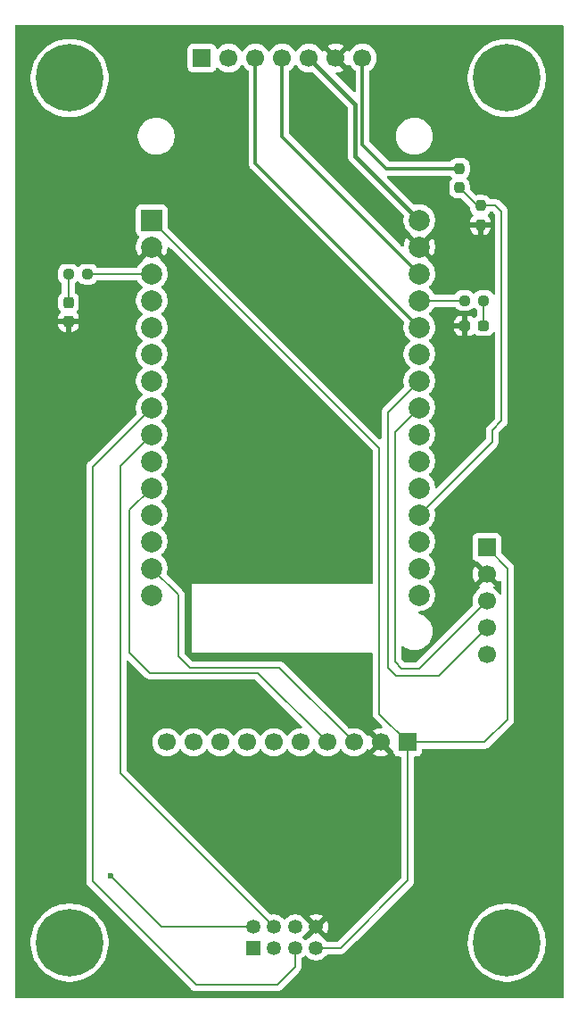
<source format=gtl>
%TF.GenerationSoftware,KiCad,Pcbnew,9.0.5*%
%TF.CreationDate,2025-11-16T15:30:45+01:00*%
%TF.ProjectId,DronePCB,44726f6e-6550-4434-922e-6b696361645f,rev?*%
%TF.SameCoordinates,Original*%
%TF.FileFunction,Copper,L1,Top*%
%TF.FilePolarity,Positive*%
%FSLAX46Y46*%
G04 Gerber Fmt 4.6, Leading zero omitted, Abs format (unit mm)*
G04 Created by KiCad (PCBNEW 9.0.5) date 2025-11-16 15:30:45*
%MOMM*%
%LPD*%
G01*
G04 APERTURE LIST*
G04 Aperture macros list*
%AMRoundRect*
0 Rectangle with rounded corners*
0 $1 Rounding radius*
0 $2 $3 $4 $5 $6 $7 $8 $9 X,Y pos of 4 corners*
0 Add a 4 corners polygon primitive as box body*
4,1,4,$2,$3,$4,$5,$6,$7,$8,$9,$2,$3,0*
0 Add four circle primitives for the rounded corners*
1,1,$1+$1,$2,$3*
1,1,$1+$1,$4,$5*
1,1,$1+$1,$6,$7*
1,1,$1+$1,$8,$9*
0 Add four rect primitives between the rounded corners*
20,1,$1+$1,$2,$3,$4,$5,0*
20,1,$1+$1,$4,$5,$6,$7,0*
20,1,$1+$1,$6,$7,$8,$9,0*
20,1,$1+$1,$8,$9,$2,$3,0*%
G04 Aperture macros list end*
%TA.AperFunction,ComponentPad*%
%ADD10C,6.400000*%
%TD*%
%TA.AperFunction,SMDPad,CuDef*%
%ADD11RoundRect,0.237500X0.237500X-0.250000X0.237500X0.250000X-0.237500X0.250000X-0.237500X-0.250000X0*%
%TD*%
%TA.AperFunction,SMDPad,CuDef*%
%ADD12RoundRect,0.237500X0.237500X-0.287500X0.237500X0.287500X-0.237500X0.287500X-0.237500X-0.287500X0*%
%TD*%
%TA.AperFunction,ComponentPad*%
%ADD13R,1.700000X1.700000*%
%TD*%
%TA.AperFunction,ComponentPad*%
%ADD14C,1.700000*%
%TD*%
%TA.AperFunction,SMDPad,CuDef*%
%ADD15RoundRect,0.237500X0.250000X0.237500X-0.250000X0.237500X-0.250000X-0.237500X0.250000X-0.237500X0*%
%TD*%
%TA.AperFunction,ComponentPad*%
%ADD16R,2.000000X2.000000*%
%TD*%
%TA.AperFunction,ComponentPad*%
%ADD17C,2.000000*%
%TD*%
%TA.AperFunction,SMDPad,CuDef*%
%ADD18RoundRect,0.237500X-0.287500X-0.237500X0.287500X-0.237500X0.287500X0.237500X-0.287500X0.237500X0*%
%TD*%
%TA.AperFunction,SMDPad,CuDef*%
%ADD19RoundRect,0.237500X-0.250000X-0.237500X0.250000X-0.237500X0.250000X0.237500X-0.250000X0.237500X0*%
%TD*%
%TA.AperFunction,ComponentPad*%
%ADD20R,1.350000X1.350000*%
%TD*%
%TA.AperFunction,ComponentPad*%
%ADD21C,1.350000*%
%TD*%
%TA.AperFunction,ViaPad*%
%ADD22C,0.600000*%
%TD*%
%TA.AperFunction,Conductor*%
%ADD23C,0.300000*%
%TD*%
%TA.AperFunction,Conductor*%
%ADD24C,0.200000*%
%TD*%
%TA.AperFunction,Conductor*%
%ADD25C,0.400000*%
%TD*%
G04 APERTURE END LIST*
D10*
%TO.P,H1,1*%
%TO.N,N/C*%
X22000000Y-104500000D03*
%TD*%
D11*
%TO.P,R4,1*%
%TO.N,GND*%
X61000000Y-36412500D03*
%TO.P,R4,2*%
%TO.N,BatteryCheck*%
X61000000Y-34587500D03*
%TD*%
D10*
%TO.P,H2,1*%
%TO.N,N/C*%
X63500000Y-104500000D03*
%TD*%
D12*
%TO.P,D1,1,K*%
%TO.N,GND*%
X21900000Y-45550000D03*
%TO.P,D1,2,A*%
%TO.N,Net-(D1-A)*%
X21900000Y-43800000D03*
%TD*%
D10*
%TO.P,H3,1*%
%TO.N,N/C*%
X22000000Y-22500000D03*
%TD*%
D11*
%TO.P,R3,1*%
%TO.N,BatteryCheck*%
X59000000Y-32912500D03*
%TO.P,R3,2*%
%TO.N,BAT*%
X59000000Y-31087500D03*
%TD*%
D13*
%TO.P,SIGNAUX,1,Pin_1*%
%TO.N,Moteur4*%
X34560000Y-20600000D03*
D14*
%TO.P,SIGNAUX,2,Pin_2*%
%TO.N,Moteur3*%
X37100000Y-20600000D03*
%TO.P,SIGNAUX,3,Pin_3*%
%TO.N,Moteur2*%
X39640000Y-20600000D03*
%TO.P,SIGNAUX,4,Pin_4*%
%TO.N,Moteur1*%
X42180000Y-20600000D03*
%TO.P,SIGNAUX,5,Pin_5*%
%TO.N,BEC_5V*%
X44720000Y-20600000D03*
%TO.P,SIGNAUX,6,Pin_6*%
%TO.N,GND*%
X47260000Y-20600000D03*
%TO.P,SIGNAUX,7,Pin_7*%
%TO.N,BAT*%
X49800000Y-20600000D03*
%TD*%
D15*
%TO.P,R1,1*%
%TO.N,GPLED*%
X23700000Y-41100000D03*
%TO.P,R1,2*%
%TO.N,Net-(D1-A)*%
X21875000Y-41100000D03*
%TD*%
D16*
%TO.P,U1,1,3V3*%
%TO.N,3V3*%
X29800000Y-35985000D03*
D17*
%TO.P,U1,2,GND*%
%TO.N,GND*%
X29800000Y-38525000D03*
%TO.P,U1,3,D15*%
%TO.N,GPLED*%
X29800000Y-41065000D03*
%TO.P,U1,4,D2*%
%TO.N,unconnected-(U1-D2-Pad4)*%
X29800000Y-43605000D03*
%TO.P,U1,5,D4*%
%TO.N,NRF_CE*%
X29800000Y-46145000D03*
%TO.P,U1,6,RX2*%
%TO.N,unconnected-(U1-RX2-Pad6)*%
X29800000Y-48685000D03*
%TO.P,U1,7,TX2*%
%TO.N,unconnected-(U1-TX2-Pad7)*%
X29800000Y-51225000D03*
%TO.P,U1,8,D5*%
%TO.N,NRF_CSN*%
X29800000Y-53765000D03*
%TO.P,U1,9,D18*%
%TO.N,SCK*%
X29800000Y-56305000D03*
%TO.P,U1,10,D19*%
%TO.N,MISO*%
X29800000Y-58845000D03*
%TO.P,U1,11,D21*%
%TO.N,SDA_0*%
X29800000Y-61385000D03*
%TO.P,U1,12,RX0*%
%TO.N,unconnected-(U1-RX0-Pad12)*%
X29800000Y-63925000D03*
%TO.P,U1,13,TX0*%
%TO.N,unconnected-(U1-TX0-Pad13)*%
X29800000Y-66465000D03*
%TO.P,U1,14,D22*%
%TO.N,SCL_0*%
X29800000Y-69005000D03*
%TO.P,U1,15,D23*%
%TO.N,MOSI*%
X29800000Y-71545000D03*
%TO.P,U1,16,EN*%
%TO.N,unconnected-(U1-EN-Pad16)*%
X55200000Y-71545000D03*
%TO.P,U1,17,VP*%
%TO.N,unconnected-(U1-VP-Pad17)*%
X55200000Y-69005000D03*
%TO.P,U1,18,VN*%
%TO.N,unconnected-(U1-VN-Pad18)*%
X55200000Y-66465000D03*
%TO.P,U1,19,D34*%
%TO.N,BatteryCheck*%
X55200000Y-63925000D03*
%TO.P,U1,20,D35*%
%TO.N,unconnected-(U1-D35-Pad20)*%
X55200000Y-61385000D03*
%TO.P,U1,21,D32*%
%TO.N,Moteur3*%
X55200000Y-58845000D03*
%TO.P,U1,22,D33*%
%TO.N,Moteur4*%
X55200000Y-56305000D03*
%TO.P,U1,23,D25*%
%TO.N,SCL_1*%
X55200000Y-53765000D03*
%TO.P,U1,24,D26*%
%TO.N,SDA_1*%
X55200000Y-51225000D03*
%TO.P,U1,25,D27*%
%TO.N,unconnected-(U1-D27-Pad25)*%
X55200000Y-48685000D03*
%TO.P,U1,26,D14*%
%TO.N,Moteur2*%
X55200000Y-46145000D03*
%TO.P,U1,27,D12*%
%TO.N,ReadyToFlyLED*%
X55200000Y-43605000D03*
%TO.P,U1,28,D13*%
%TO.N,Moteur1*%
X55200000Y-41065000D03*
%TO.P,U1,29,GND*%
%TO.N,GND*%
X55200000Y-38525000D03*
%TO.P,U1,30,VIN*%
%TO.N,BEC_5V*%
X55200000Y-35985000D03*
%TD*%
D18*
%TO.P,D2,1,K*%
%TO.N,GND*%
X59525000Y-46000000D03*
%TO.P,D2,2,A*%
%TO.N,Net-(D2-A)*%
X61275000Y-46000000D03*
%TD*%
D13*
%TO.P,GY-271,1,Pin_1*%
%TO.N,3V3*%
X61600000Y-67000000D03*
D14*
%TO.P,GY-271,2,Pin_2*%
%TO.N,GND*%
X61600000Y-69540000D03*
%TO.P,GY-271,3,Pin_3*%
%TO.N,SCL_1*%
X61600000Y-72080000D03*
%TO.P,GY-271,4,Pin_4*%
%TO.N,SDA_1*%
X61600000Y-74620000D03*
%TO.P,GY-271,5,Pin_5*%
%TO.N,unconnected-(GY-271-Pin_5-Pad5)*%
X61600000Y-77160000D03*
%TD*%
D19*
%TO.P,R2,1*%
%TO.N,ReadyToFlyLED*%
X59475000Y-43600000D03*
%TO.P,R2,2*%
%TO.N,Net-(D2-A)*%
X61300000Y-43600000D03*
%TD*%
D10*
%TO.P,H4,1*%
%TO.N,N/C*%
X63500000Y-22500000D03*
%TD*%
D13*
%TO.P,MPU9265,1,Pin_1*%
%TO.N,3V3*%
X54080000Y-85500000D03*
D14*
%TO.P,MPU9265,2,Pin_2*%
%TO.N,GND*%
X51540000Y-85500000D03*
%TO.P,MPU9265,3,Pin_3*%
%TO.N,SCL_0*%
X49000000Y-85500000D03*
%TO.P,MPU9265,4,Pin_4*%
%TO.N,SDA_0*%
X46460000Y-85500000D03*
%TO.P,MPU9265,5,Pin_5*%
%TO.N,unconnected-(MPU9265-Pin_5-Pad5)*%
X43920000Y-85500000D03*
%TO.P,MPU9265,6,Pin_6*%
%TO.N,unconnected-(MPU9265-Pin_6-Pad6)*%
X41380000Y-85500000D03*
%TO.P,MPU9265,7,Pin_7*%
%TO.N,unconnected-(MPU9265-Pin_7-Pad7)*%
X38840000Y-85500000D03*
%TO.P,MPU9265,8,Pin_8*%
%TO.N,unconnected-(MPU9265-Pin_8-Pad8)*%
X36300000Y-85500000D03*
%TO.P,MPU9265,9,Pin_9*%
%TO.N,unconnected-(MPU9265-Pin_9-Pad9)*%
X33760000Y-85500000D03*
%TO.P,MPU9265,10,Pin_10*%
%TO.N,unconnected-(MPU9265-Pin_10-Pad10)*%
X31220000Y-85500000D03*
%TD*%
D20*
%TO.P,NRF24L01,1,Pin_1*%
%TO.N,unconnected-(NRF24L01-Pin_1-Pad1)*%
X39400000Y-105000000D03*
D21*
%TO.P,NRF24L01,2,Pin_2*%
%TO.N,MISO*%
X39400000Y-103000000D03*
%TO.P,NRF24L01,3,Pin_3*%
%TO.N,MOSI*%
X41400000Y-105000000D03*
%TO.P,NRF24L01,4,Pin_4*%
%TO.N,SCK*%
X41400000Y-103000000D03*
%TO.P,NRF24L01,5,Pin_5*%
%TO.N,NRF_CSN*%
X43400000Y-105000000D03*
%TO.P,NRF24L01,6,Pin_6*%
%TO.N,NRF_CE*%
X43400000Y-103000000D03*
%TO.P,NRF24L01,7,Pin_7*%
%TO.N,3V3*%
X45400000Y-105000000D03*
%TO.P,NRF24L01,8,Pin_8*%
%TO.N,GND*%
X45400000Y-103000000D03*
%TD*%
D22*
%TO.N,GND*%
X49000000Y-46000000D03*
X44500000Y-41000000D03*
X38000000Y-35000000D03*
X37500000Y-53000000D03*
X47000000Y-63500000D03*
X38000000Y-63500000D03*
X40000000Y-93500000D03*
X35000000Y-90000000D03*
X65000000Y-75000000D03*
X65000000Y-95000000D03*
X60500000Y-38500000D03*
X20000000Y-95000000D03*
X65000000Y-35000000D03*
X65000000Y-85000000D03*
X20000000Y-75000000D03*
X20000000Y-35000000D03*
X65500000Y-44500000D03*
X59500000Y-95000000D03*
X65000000Y-65000000D03*
X60000000Y-55000000D03*
X25000000Y-45000000D03*
X20000000Y-85000000D03*
X48000000Y-95000000D03*
X20000000Y-65000000D03*
X65000000Y-55000000D03*
X20000000Y-55000000D03*
%TO.N,MISO*%
X25900000Y-98200000D03*
%TD*%
D23*
%TO.N,BAT*%
X49800000Y-28800000D02*
X49800000Y-20600000D01*
X52087500Y-31087500D02*
X49800000Y-28800000D01*
X59000000Y-31087500D02*
X52087500Y-31087500D01*
D24*
%TO.N,BatteryCheck*%
X60675000Y-34587500D02*
X59000000Y-32912500D01*
X61000000Y-34587500D02*
X60675000Y-34587500D01*
X63000000Y-35175000D02*
X62412500Y-34587500D01*
X62412500Y-34587500D02*
X61000000Y-34587500D01*
D25*
%TO.N,BEC_5V*%
X49120000Y-29905000D02*
X55200000Y-35985000D01*
X49120000Y-25000000D02*
X49120000Y-29905000D01*
D23*
%TO.N,Moteur1*%
X42180000Y-20600000D02*
X42180000Y-28045000D01*
X42180000Y-28045000D02*
X55200000Y-41065000D01*
%TO.N,Moteur2*%
X39640000Y-30585000D02*
X55200000Y-46145000D01*
X39640000Y-20600000D02*
X39640000Y-30585000D01*
D24*
%TO.N,Net-(D1-A)*%
X21875000Y-43775000D02*
X21900000Y-43800000D01*
X21875000Y-41100000D02*
X21875000Y-43775000D01*
%TO.N,Net-(D2-A)*%
X61300000Y-43600000D02*
X61300000Y-45975000D01*
X61300000Y-45975000D02*
X61275000Y-46000000D01*
%TO.N,SDA_0*%
X39860000Y-78900000D02*
X46460000Y-85500000D01*
X29800000Y-61385000D02*
X27700000Y-63485000D01*
X29600000Y-78900000D02*
X39860000Y-78900000D01*
X27700000Y-63485000D02*
X27700000Y-77000000D01*
X27700000Y-77000000D02*
X29600000Y-78900000D01*
%TO.N,3V3*%
X51381000Y-57566000D02*
X51381000Y-82801000D01*
X54080000Y-85500000D02*
X54080000Y-98620000D01*
X61400000Y-85500000D02*
X54080000Y-85500000D01*
X63600000Y-69000000D02*
X63600000Y-83300000D01*
X61600000Y-67000000D02*
X63600000Y-69000000D01*
X29800000Y-35985000D02*
X51381000Y-57566000D01*
X47700000Y-105000000D02*
X45400000Y-105000000D01*
X54080000Y-98620000D02*
X47700000Y-105000000D01*
X63600000Y-83300000D02*
X61400000Y-85500000D01*
X51381000Y-82801000D02*
X54080000Y-85500000D01*
%TO.N,SCL_0*%
X41900000Y-78400000D02*
X33400000Y-78400000D01*
X32300000Y-77300000D02*
X32300000Y-71505000D01*
X33400000Y-78400000D02*
X32300000Y-77300000D01*
X32300000Y-71505000D02*
X29800000Y-69005000D01*
X49000000Y-85500000D02*
X41900000Y-78400000D01*
%TO.N,SCL_1*%
X55200000Y-53765000D02*
X52879000Y-56086000D01*
X52879000Y-56086000D02*
X52879000Y-77879000D01*
X53500000Y-78500000D02*
X55180000Y-78500000D01*
X52879000Y-77879000D02*
X53500000Y-78500000D01*
X55180000Y-78500000D02*
X61600000Y-72080000D01*
%TO.N,SDA_1*%
X52200000Y-54225000D02*
X52200000Y-78400000D01*
X52200000Y-78400000D02*
X53000000Y-79200000D01*
X55200000Y-51225000D02*
X52200000Y-54225000D01*
X53000000Y-79200000D02*
X57020000Y-79200000D01*
X57020000Y-79200000D02*
X61600000Y-74620000D01*
%TO.N,MISO*%
X30700000Y-103000000D02*
X39400000Y-103000000D01*
X25900000Y-98200000D02*
X30700000Y-103000000D01*
%TO.N,SCK*%
X26800000Y-59305000D02*
X29800000Y-56305000D01*
X26800000Y-59305000D02*
X26800000Y-88400000D01*
X26800000Y-88400000D02*
X41400000Y-103000000D01*
%TO.N,NRF_CSN*%
X24200000Y-98700000D02*
X34000000Y-108500000D01*
X29800000Y-53765000D02*
X24200000Y-59365000D01*
X24200000Y-59365000D02*
X24200000Y-98700000D01*
X43400000Y-106800000D02*
X43400000Y-105000000D01*
X41700000Y-108500000D02*
X43400000Y-106800000D01*
X34000000Y-108500000D02*
X41700000Y-108500000D01*
D25*
%TO.N,BEC_5V*%
X44720000Y-20600000D02*
X49120000Y-25000000D01*
D24*
%TO.N,BatteryCheck*%
X63000000Y-55000000D02*
X62101000Y-55899000D01*
X63000000Y-35175000D02*
X63000000Y-55000000D01*
X62101000Y-55899000D02*
X62101000Y-57024000D01*
X55200000Y-63925000D02*
X62101000Y-57024000D01*
%TO.N,GPLED*%
X23735000Y-41065000D02*
X23700000Y-41100000D01*
X29800000Y-41065000D02*
X23735000Y-41065000D01*
%TO.N,ReadyToFlyLED*%
X55200000Y-43605000D02*
X59470000Y-43605000D01*
X59470000Y-43605000D02*
X59475000Y-43600000D01*
%TD*%
%TA.AperFunction,Conductor*%
%TO.N,GND*%
G36*
X27605703Y-77755384D02*
G01*
X27612179Y-77761414D01*
X29231284Y-79380520D01*
X29231286Y-79380521D01*
X29231290Y-79380524D01*
X29368209Y-79459573D01*
X29368216Y-79459577D01*
X29520943Y-79500501D01*
X29520945Y-79500501D01*
X29686654Y-79500501D01*
X29686670Y-79500500D01*
X39559903Y-79500500D01*
X39626942Y-79520185D01*
X39647584Y-79536819D01*
X44048583Y-83937819D01*
X44082068Y-83999142D01*
X44077084Y-84068834D01*
X44035212Y-84124767D01*
X43969748Y-84149184D01*
X43960902Y-84149500D01*
X43813713Y-84149500D01*
X43765042Y-84157208D01*
X43603760Y-84182753D01*
X43401585Y-84248444D01*
X43212179Y-84344951D01*
X43040213Y-84469890D01*
X42889890Y-84620213D01*
X42764949Y-84792182D01*
X42760484Y-84800946D01*
X42712509Y-84851742D01*
X42644688Y-84868536D01*
X42578553Y-84845998D01*
X42539516Y-84800946D01*
X42535050Y-84792182D01*
X42410109Y-84620213D01*
X42259786Y-84469890D01*
X42087820Y-84344951D01*
X41898414Y-84248444D01*
X41898413Y-84248443D01*
X41898412Y-84248443D01*
X41696243Y-84182754D01*
X41696241Y-84182753D01*
X41696240Y-84182753D01*
X41534957Y-84157208D01*
X41486287Y-84149500D01*
X41273713Y-84149500D01*
X41225042Y-84157208D01*
X41063760Y-84182753D01*
X40861585Y-84248444D01*
X40672179Y-84344951D01*
X40500213Y-84469890D01*
X40349890Y-84620213D01*
X40224949Y-84792182D01*
X40220484Y-84800946D01*
X40172509Y-84851742D01*
X40104688Y-84868536D01*
X40038553Y-84845998D01*
X39999516Y-84800946D01*
X39995050Y-84792182D01*
X39870109Y-84620213D01*
X39719786Y-84469890D01*
X39547820Y-84344951D01*
X39358414Y-84248444D01*
X39358413Y-84248443D01*
X39358412Y-84248443D01*
X39156243Y-84182754D01*
X39156241Y-84182753D01*
X39156240Y-84182753D01*
X38994957Y-84157208D01*
X38946287Y-84149500D01*
X38733713Y-84149500D01*
X38685042Y-84157208D01*
X38523760Y-84182753D01*
X38321585Y-84248444D01*
X38132179Y-84344951D01*
X37960213Y-84469890D01*
X37809890Y-84620213D01*
X37684949Y-84792182D01*
X37680484Y-84800946D01*
X37632509Y-84851742D01*
X37564688Y-84868536D01*
X37498553Y-84845998D01*
X37459516Y-84800946D01*
X37455050Y-84792182D01*
X37330109Y-84620213D01*
X37179786Y-84469890D01*
X37007820Y-84344951D01*
X36818414Y-84248444D01*
X36818413Y-84248443D01*
X36818412Y-84248443D01*
X36616243Y-84182754D01*
X36616241Y-84182753D01*
X36616240Y-84182753D01*
X36454957Y-84157208D01*
X36406287Y-84149500D01*
X36193713Y-84149500D01*
X36145042Y-84157208D01*
X35983760Y-84182753D01*
X35781585Y-84248444D01*
X35592179Y-84344951D01*
X35420213Y-84469890D01*
X35269890Y-84620213D01*
X35144949Y-84792182D01*
X35140484Y-84800946D01*
X35092509Y-84851742D01*
X35024688Y-84868536D01*
X34958553Y-84845998D01*
X34919516Y-84800946D01*
X34915050Y-84792182D01*
X34790109Y-84620213D01*
X34639786Y-84469890D01*
X34467820Y-84344951D01*
X34278414Y-84248444D01*
X34278413Y-84248443D01*
X34278412Y-84248443D01*
X34076243Y-84182754D01*
X34076241Y-84182753D01*
X34076240Y-84182753D01*
X33914957Y-84157208D01*
X33866287Y-84149500D01*
X33653713Y-84149500D01*
X33605042Y-84157208D01*
X33443760Y-84182753D01*
X33241585Y-84248444D01*
X33052179Y-84344951D01*
X32880213Y-84469890D01*
X32729890Y-84620213D01*
X32604949Y-84792182D01*
X32600484Y-84800946D01*
X32552509Y-84851742D01*
X32484688Y-84868536D01*
X32418553Y-84845998D01*
X32379516Y-84800946D01*
X32375050Y-84792182D01*
X32250109Y-84620213D01*
X32099786Y-84469890D01*
X31927820Y-84344951D01*
X31738414Y-84248444D01*
X31738413Y-84248443D01*
X31738412Y-84248443D01*
X31536243Y-84182754D01*
X31536241Y-84182753D01*
X31536240Y-84182753D01*
X31374957Y-84157208D01*
X31326287Y-84149500D01*
X31113713Y-84149500D01*
X31065042Y-84157208D01*
X30903760Y-84182753D01*
X30701585Y-84248444D01*
X30512179Y-84344951D01*
X30340213Y-84469890D01*
X30189890Y-84620213D01*
X30064951Y-84792179D01*
X29968444Y-84981585D01*
X29902753Y-85183760D01*
X29869500Y-85393713D01*
X29869500Y-85606287D01*
X29902754Y-85816243D01*
X29916486Y-85858507D01*
X29968444Y-86018414D01*
X30064951Y-86207820D01*
X30189890Y-86379786D01*
X30340213Y-86530109D01*
X30512179Y-86655048D01*
X30512181Y-86655049D01*
X30512184Y-86655051D01*
X30701588Y-86751557D01*
X30903757Y-86817246D01*
X31113713Y-86850500D01*
X31113714Y-86850500D01*
X31326286Y-86850500D01*
X31326287Y-86850500D01*
X31536243Y-86817246D01*
X31738412Y-86751557D01*
X31927816Y-86655051D01*
X32014138Y-86592335D01*
X32099786Y-86530109D01*
X32099788Y-86530106D01*
X32099792Y-86530104D01*
X32250104Y-86379792D01*
X32250106Y-86379788D01*
X32250109Y-86379786D01*
X32375048Y-86207820D01*
X32375047Y-86207820D01*
X32375051Y-86207816D01*
X32379514Y-86199054D01*
X32427488Y-86148259D01*
X32495308Y-86131463D01*
X32561444Y-86153999D01*
X32600486Y-86199056D01*
X32604951Y-86207820D01*
X32729890Y-86379786D01*
X32880213Y-86530109D01*
X33052179Y-86655048D01*
X33052181Y-86655049D01*
X33052184Y-86655051D01*
X33241588Y-86751557D01*
X33443757Y-86817246D01*
X33653713Y-86850500D01*
X33653714Y-86850500D01*
X33866286Y-86850500D01*
X33866287Y-86850500D01*
X34076243Y-86817246D01*
X34278412Y-86751557D01*
X34467816Y-86655051D01*
X34554138Y-86592335D01*
X34639786Y-86530109D01*
X34639788Y-86530106D01*
X34639792Y-86530104D01*
X34790104Y-86379792D01*
X34790106Y-86379788D01*
X34790109Y-86379786D01*
X34915048Y-86207820D01*
X34915047Y-86207820D01*
X34915051Y-86207816D01*
X34919514Y-86199054D01*
X34967488Y-86148259D01*
X35035308Y-86131463D01*
X35101444Y-86153999D01*
X35140486Y-86199056D01*
X35144951Y-86207820D01*
X35269890Y-86379786D01*
X35420213Y-86530109D01*
X35592179Y-86655048D01*
X35592181Y-86655049D01*
X35592184Y-86655051D01*
X35781588Y-86751557D01*
X35983757Y-86817246D01*
X36193713Y-86850500D01*
X36193714Y-86850500D01*
X36406286Y-86850500D01*
X36406287Y-86850500D01*
X36616243Y-86817246D01*
X36818412Y-86751557D01*
X37007816Y-86655051D01*
X37094138Y-86592335D01*
X37179786Y-86530109D01*
X37179788Y-86530106D01*
X37179792Y-86530104D01*
X37330104Y-86379792D01*
X37330106Y-86379788D01*
X37330109Y-86379786D01*
X37455048Y-86207820D01*
X37455047Y-86207820D01*
X37455051Y-86207816D01*
X37459514Y-86199054D01*
X37507488Y-86148259D01*
X37575308Y-86131463D01*
X37641444Y-86153999D01*
X37680486Y-86199056D01*
X37684951Y-86207820D01*
X37809890Y-86379786D01*
X37960213Y-86530109D01*
X38132179Y-86655048D01*
X38132181Y-86655049D01*
X38132184Y-86655051D01*
X38321588Y-86751557D01*
X38523757Y-86817246D01*
X38733713Y-86850500D01*
X38733714Y-86850500D01*
X38946286Y-86850500D01*
X38946287Y-86850500D01*
X39156243Y-86817246D01*
X39358412Y-86751557D01*
X39547816Y-86655051D01*
X39634138Y-86592335D01*
X39719786Y-86530109D01*
X39719788Y-86530106D01*
X39719792Y-86530104D01*
X39870104Y-86379792D01*
X39870106Y-86379788D01*
X39870109Y-86379786D01*
X39995048Y-86207820D01*
X39995047Y-86207820D01*
X39995051Y-86207816D01*
X39999514Y-86199054D01*
X40047488Y-86148259D01*
X40115308Y-86131463D01*
X40181444Y-86153999D01*
X40220486Y-86199056D01*
X40224951Y-86207820D01*
X40349890Y-86379786D01*
X40500213Y-86530109D01*
X40672179Y-86655048D01*
X40672181Y-86655049D01*
X40672184Y-86655051D01*
X40861588Y-86751557D01*
X41063757Y-86817246D01*
X41273713Y-86850500D01*
X41273714Y-86850500D01*
X41486286Y-86850500D01*
X41486287Y-86850500D01*
X41696243Y-86817246D01*
X41898412Y-86751557D01*
X42087816Y-86655051D01*
X42174138Y-86592335D01*
X42259786Y-86530109D01*
X42259788Y-86530106D01*
X42259792Y-86530104D01*
X42410104Y-86379792D01*
X42410106Y-86379788D01*
X42410109Y-86379786D01*
X42535048Y-86207820D01*
X42535047Y-86207820D01*
X42535051Y-86207816D01*
X42539514Y-86199054D01*
X42587488Y-86148259D01*
X42655308Y-86131463D01*
X42721444Y-86153999D01*
X42760486Y-86199056D01*
X42764951Y-86207820D01*
X42889890Y-86379786D01*
X43040213Y-86530109D01*
X43212179Y-86655048D01*
X43212181Y-86655049D01*
X43212184Y-86655051D01*
X43401588Y-86751557D01*
X43603757Y-86817246D01*
X43813713Y-86850500D01*
X43813714Y-86850500D01*
X44026286Y-86850500D01*
X44026287Y-86850500D01*
X44236243Y-86817246D01*
X44438412Y-86751557D01*
X44627816Y-86655051D01*
X44714138Y-86592335D01*
X44799786Y-86530109D01*
X44799788Y-86530106D01*
X44799792Y-86530104D01*
X44950104Y-86379792D01*
X44950106Y-86379788D01*
X44950109Y-86379786D01*
X45075048Y-86207820D01*
X45075047Y-86207820D01*
X45075051Y-86207816D01*
X45079514Y-86199054D01*
X45127488Y-86148259D01*
X45195308Y-86131463D01*
X45261444Y-86153999D01*
X45300486Y-86199056D01*
X45304951Y-86207820D01*
X45429890Y-86379786D01*
X45580213Y-86530109D01*
X45752179Y-86655048D01*
X45752181Y-86655049D01*
X45752184Y-86655051D01*
X45941588Y-86751557D01*
X46143757Y-86817246D01*
X46353713Y-86850500D01*
X46353714Y-86850500D01*
X46566286Y-86850500D01*
X46566287Y-86850500D01*
X46776243Y-86817246D01*
X46978412Y-86751557D01*
X47167816Y-86655051D01*
X47254138Y-86592335D01*
X47339786Y-86530109D01*
X47339788Y-86530106D01*
X47339792Y-86530104D01*
X47490104Y-86379792D01*
X47490106Y-86379788D01*
X47490109Y-86379786D01*
X47615048Y-86207820D01*
X47615047Y-86207820D01*
X47615051Y-86207816D01*
X47619514Y-86199054D01*
X47667488Y-86148259D01*
X47735308Y-86131463D01*
X47801444Y-86153999D01*
X47840486Y-86199056D01*
X47844951Y-86207820D01*
X47969890Y-86379786D01*
X48120213Y-86530109D01*
X48292179Y-86655048D01*
X48292181Y-86655049D01*
X48292184Y-86655051D01*
X48481588Y-86751557D01*
X48683757Y-86817246D01*
X48893713Y-86850500D01*
X48893714Y-86850500D01*
X49106286Y-86850500D01*
X49106287Y-86850500D01*
X49316243Y-86817246D01*
X49518412Y-86751557D01*
X49707816Y-86655051D01*
X49794138Y-86592335D01*
X49879786Y-86530109D01*
X49879788Y-86530106D01*
X49879792Y-86530104D01*
X50030104Y-86379792D01*
X50030106Y-86379788D01*
X50030109Y-86379786D01*
X50097515Y-86287007D01*
X50155051Y-86207816D01*
X50159793Y-86198508D01*
X50207763Y-86147711D01*
X50275583Y-86130911D01*
X50341719Y-86153445D01*
X50380763Y-86198500D01*
X50385373Y-86207547D01*
X50424728Y-86261716D01*
X51057037Y-85629408D01*
X51074075Y-85692993D01*
X51139901Y-85807007D01*
X51232993Y-85900099D01*
X51347007Y-85965925D01*
X51410590Y-85982962D01*
X50778282Y-86615269D01*
X50778282Y-86615270D01*
X50832449Y-86654624D01*
X51021782Y-86751095D01*
X51223870Y-86816757D01*
X51433754Y-86850000D01*
X51646246Y-86850000D01*
X51856127Y-86816757D01*
X51856130Y-86816757D01*
X52058217Y-86751095D01*
X52247554Y-86654622D01*
X52301716Y-86615270D01*
X52301717Y-86615270D01*
X51669408Y-85982962D01*
X51732993Y-85965925D01*
X51847007Y-85900099D01*
X51940099Y-85807007D01*
X52005925Y-85692993D01*
X52022962Y-85629408D01*
X52693181Y-86299628D01*
X52726666Y-86360951D01*
X52729500Y-86387300D01*
X52729500Y-86397865D01*
X52729501Y-86397876D01*
X52735908Y-86457483D01*
X52786202Y-86592328D01*
X52786206Y-86592335D01*
X52872452Y-86707544D01*
X52872455Y-86707547D01*
X52987664Y-86793793D01*
X52987671Y-86793797D01*
X53032618Y-86810561D01*
X53122517Y-86844091D01*
X53182127Y-86850500D01*
X53355500Y-86850499D01*
X53422539Y-86870183D01*
X53468294Y-86922987D01*
X53479500Y-86974499D01*
X53479500Y-98319902D01*
X53459815Y-98386941D01*
X53443181Y-98407583D01*
X47487584Y-104363181D01*
X47426261Y-104396666D01*
X47399903Y-104399500D01*
X46479890Y-104399500D01*
X46412851Y-104379815D01*
X46379572Y-104348385D01*
X46319335Y-104265476D01*
X46296621Y-104234213D01*
X46165787Y-104103379D01*
X46165786Y-104103378D01*
X46091165Y-104049162D01*
X46076190Y-104029742D01*
X45446448Y-103400000D01*
X45452661Y-103400000D01*
X45554394Y-103372741D01*
X45645606Y-103320080D01*
X45720080Y-103245606D01*
X45772741Y-103154394D01*
X45800000Y-103052661D01*
X45800000Y-103046448D01*
X46389983Y-103636431D01*
X46389984Y-103636430D01*
X46404942Y-103615845D01*
X46404947Y-103615836D01*
X46488915Y-103451043D01*
X46488916Y-103451040D01*
X46546066Y-103275147D01*
X46575000Y-103092473D01*
X46575000Y-102907526D01*
X46546066Y-102724852D01*
X46488916Y-102548959D01*
X46488915Y-102548956D01*
X46404949Y-102384165D01*
X46389983Y-102363568D01*
X45800000Y-102953551D01*
X45800000Y-102947339D01*
X45772741Y-102845606D01*
X45720080Y-102754394D01*
X45645606Y-102679920D01*
X45554394Y-102627259D01*
X45452661Y-102600000D01*
X45446447Y-102600000D01*
X46036431Y-102010016D01*
X46036430Y-102010015D01*
X46015834Y-101995050D01*
X45851043Y-101911084D01*
X45851040Y-101911083D01*
X45675147Y-101853933D01*
X45492473Y-101825000D01*
X45307527Y-101825000D01*
X45124852Y-101853933D01*
X44948959Y-101911083D01*
X44948956Y-101911084D01*
X44784167Y-101995049D01*
X44763568Y-102010015D01*
X45353554Y-102600000D01*
X45347339Y-102600000D01*
X45245606Y-102627259D01*
X45154394Y-102679920D01*
X45079920Y-102754394D01*
X45027259Y-102845606D01*
X45000000Y-102947339D01*
X45000000Y-102953552D01*
X44388310Y-102341862D01*
X44387844Y-102341491D01*
X44384541Y-102340536D01*
X44372885Y-102329573D01*
X44357773Y-102317532D01*
X44354109Y-102313338D01*
X44296621Y-102234213D01*
X44165787Y-102103379D01*
X44016096Y-101994622D01*
X43851235Y-101910620D01*
X43851232Y-101910619D01*
X43675265Y-101853445D01*
X43575356Y-101837621D01*
X43492514Y-101824500D01*
X43307486Y-101824500D01*
X43246569Y-101834148D01*
X43124734Y-101853445D01*
X42948767Y-101910619D01*
X42948764Y-101910620D01*
X42783903Y-101994622D01*
X42760124Y-102011899D01*
X42634213Y-102103379D01*
X42634211Y-102103381D01*
X42634210Y-102103381D01*
X42503381Y-102234210D01*
X42500314Y-102238432D01*
X42444981Y-102281094D01*
X42375367Y-102287069D01*
X42313574Y-102254459D01*
X42299686Y-102238432D01*
X42296621Y-102234213D01*
X42165787Y-102103379D01*
X42016096Y-101994622D01*
X41851235Y-101910620D01*
X41851232Y-101910619D01*
X41675265Y-101853445D01*
X41575356Y-101837621D01*
X41492514Y-101824500D01*
X41307486Y-101824500D01*
X41168097Y-101846576D01*
X41098804Y-101837621D01*
X41061019Y-101811784D01*
X27436819Y-88187584D01*
X27403334Y-88126261D01*
X27400500Y-88099903D01*
X27400500Y-77849097D01*
X27420185Y-77782058D01*
X27472989Y-77736303D01*
X27542147Y-77726359D01*
X27605703Y-77755384D01*
G37*
%TD.AperFunction*%
%TA.AperFunction,Conductor*%
G36*
X45000000Y-103052661D02*
G01*
X45027259Y-103154394D01*
X45079920Y-103245606D01*
X45154394Y-103320080D01*
X45245606Y-103372741D01*
X45347339Y-103400000D01*
X45353553Y-103400000D01*
X44739355Y-104014196D01*
X44708833Y-104049163D01*
X44634213Y-104103378D01*
X44503381Y-104234210D01*
X44500314Y-104238432D01*
X44444981Y-104281094D01*
X44375367Y-104287069D01*
X44313574Y-104254459D01*
X44312319Y-104253222D01*
X44305418Y-104246321D01*
X44296621Y-104234213D01*
X44165787Y-104103379D01*
X44153672Y-104094576D01*
X44146777Y-104087682D01*
X44134522Y-104065239D01*
X44118909Y-104044994D01*
X44118057Y-104035086D01*
X44113292Y-104026359D01*
X44115115Y-104000858D01*
X44112926Y-103975381D01*
X44117566Y-103966584D01*
X44118276Y-103956667D01*
X44133598Y-103936198D01*
X44145529Y-103913585D01*
X44159752Y-103901259D01*
X44160147Y-103900733D01*
X44160521Y-103900593D01*
X44161570Y-103899684D01*
X44165787Y-103896621D01*
X44296621Y-103765787D01*
X44350836Y-103691166D01*
X44370257Y-103676189D01*
X45000000Y-103046446D01*
X45000000Y-103052661D01*
G37*
%TD.AperFunction*%
%TA.AperFunction,Conductor*%
G36*
X31505203Y-38539884D02*
G01*
X31511681Y-38545916D01*
X50744181Y-57778416D01*
X50777666Y-57839739D01*
X50780500Y-57866097D01*
X50780500Y-70361000D01*
X50760815Y-70428039D01*
X50708011Y-70473794D01*
X50656500Y-70485000D01*
X33590000Y-70485000D01*
X33590000Y-76975000D01*
X50656500Y-76975000D01*
X50723539Y-76994685D01*
X50769294Y-77047489D01*
X50780500Y-77099000D01*
X50780500Y-82714330D01*
X50780499Y-82714348D01*
X50780499Y-82880054D01*
X50780498Y-82880054D01*
X50821422Y-83032783D01*
X50841878Y-83068213D01*
X50841880Y-83068216D01*
X50900479Y-83169714D01*
X50900481Y-83169717D01*
X51019349Y-83288585D01*
X51019355Y-83288590D01*
X51669084Y-83938319D01*
X51702569Y-83999642D01*
X51697585Y-84069334D01*
X51655713Y-84125267D01*
X51590249Y-84149684D01*
X51581403Y-84150000D01*
X51433754Y-84150000D01*
X51223872Y-84183242D01*
X51223869Y-84183242D01*
X51021782Y-84248904D01*
X50832439Y-84345380D01*
X50778282Y-84384727D01*
X50778282Y-84384728D01*
X51410591Y-85017037D01*
X51347007Y-85034075D01*
X51232993Y-85099901D01*
X51139901Y-85192993D01*
X51074075Y-85307007D01*
X51057037Y-85370591D01*
X50424728Y-84738282D01*
X50424727Y-84738282D01*
X50385380Y-84792440D01*
X50385376Y-84792446D01*
X50380760Y-84801505D01*
X50332781Y-84852297D01*
X50264959Y-84869087D01*
X50198826Y-84846543D01*
X50159794Y-84801493D01*
X50155051Y-84792184D01*
X50155049Y-84792181D01*
X50155048Y-84792179D01*
X50030109Y-84620213D01*
X49879786Y-84469890D01*
X49707820Y-84344951D01*
X49518414Y-84248444D01*
X49518413Y-84248443D01*
X49518412Y-84248443D01*
X49316243Y-84182754D01*
X49316241Y-84182753D01*
X49316240Y-84182753D01*
X49154957Y-84157208D01*
X49106287Y-84149500D01*
X48893713Y-84149500D01*
X48865006Y-84154046D01*
X48683757Y-84182753D01*
X48641473Y-84196492D01*
X48571632Y-84198486D01*
X48515476Y-84166241D01*
X42387590Y-78038355D01*
X42387588Y-78038352D01*
X42268717Y-77919481D01*
X42268716Y-77919480D01*
X42164960Y-77859577D01*
X42164959Y-77859576D01*
X42131783Y-77840422D01*
X42075881Y-77825443D01*
X41979057Y-77799499D01*
X41820943Y-77799499D01*
X41813347Y-77799499D01*
X41813331Y-77799500D01*
X33700097Y-77799500D01*
X33633058Y-77779815D01*
X33612416Y-77763181D01*
X32936819Y-77087584D01*
X32903334Y-77026261D01*
X32900500Y-76999903D01*
X32900500Y-71594059D01*
X32900501Y-71594046D01*
X32900501Y-71425945D01*
X32900501Y-71425943D01*
X32859577Y-71273215D01*
X32817426Y-71200208D01*
X32780520Y-71136284D01*
X32668716Y-71024480D01*
X32664385Y-71020149D01*
X32664374Y-71020139D01*
X31252798Y-69608563D01*
X31219313Y-69547240D01*
X31222547Y-69482566D01*
X31263553Y-69356368D01*
X31297838Y-69139901D01*
X31300500Y-69123097D01*
X31300500Y-68886902D01*
X31263553Y-68653631D01*
X31219964Y-68519480D01*
X31190568Y-68429008D01*
X31190566Y-68429005D01*
X31190566Y-68429003D01*
X31134002Y-68317991D01*
X31083343Y-68218567D01*
X30944517Y-68027490D01*
X30777510Y-67860483D01*
X30742872Y-67835317D01*
X30700207Y-67779989D01*
X30694228Y-67710375D01*
X30726833Y-67648580D01*
X30742873Y-67634682D01*
X30777510Y-67609517D01*
X30944517Y-67442510D01*
X31083343Y-67251433D01*
X31190568Y-67040992D01*
X31263553Y-66816368D01*
X31300500Y-66583097D01*
X31300500Y-66346902D01*
X31263553Y-66113631D01*
X31196631Y-65907669D01*
X31190568Y-65889008D01*
X31190566Y-65889005D01*
X31190566Y-65889003D01*
X31099358Y-65709999D01*
X31083343Y-65678567D01*
X30944517Y-65487490D01*
X30777510Y-65320483D01*
X30742872Y-65295317D01*
X30700207Y-65239989D01*
X30694228Y-65170375D01*
X30726833Y-65108580D01*
X30742873Y-65094682D01*
X30777510Y-65069517D01*
X30944517Y-64902510D01*
X31083343Y-64711433D01*
X31190568Y-64500992D01*
X31263553Y-64276368D01*
X31300500Y-64043097D01*
X31300500Y-63806902D01*
X31263553Y-63573631D01*
X31199856Y-63377593D01*
X31190568Y-63349008D01*
X31190566Y-63349005D01*
X31190566Y-63349003D01*
X31083342Y-63138566D01*
X30944517Y-62947490D01*
X30777510Y-62780483D01*
X30742872Y-62755317D01*
X30700207Y-62699989D01*
X30694228Y-62630375D01*
X30726833Y-62568580D01*
X30742873Y-62554682D01*
X30777510Y-62529517D01*
X30944517Y-62362510D01*
X31083343Y-62171433D01*
X31190568Y-61960992D01*
X31263553Y-61736368D01*
X31300500Y-61503097D01*
X31300500Y-61266902D01*
X31263553Y-61033631D01*
X31190566Y-60809003D01*
X31083342Y-60598566D01*
X30944517Y-60407490D01*
X30777510Y-60240483D01*
X30742872Y-60215317D01*
X30700207Y-60159989D01*
X30694228Y-60090375D01*
X30726833Y-60028580D01*
X30742873Y-60014682D01*
X30777510Y-59989517D01*
X30944517Y-59822510D01*
X31083343Y-59631433D01*
X31190568Y-59420992D01*
X31263553Y-59196368D01*
X31300500Y-58963097D01*
X31300500Y-58726902D01*
X31263553Y-58493631D01*
X31190566Y-58269003D01*
X31083342Y-58058566D01*
X30944517Y-57867490D01*
X30777510Y-57700483D01*
X30742872Y-57675317D01*
X30700207Y-57619989D01*
X30694228Y-57550375D01*
X30726833Y-57488580D01*
X30742873Y-57474682D01*
X30777510Y-57449517D01*
X30944517Y-57282510D01*
X31083343Y-57091433D01*
X31190568Y-56880992D01*
X31263553Y-56656368D01*
X31266794Y-56635903D01*
X31300500Y-56423097D01*
X31300500Y-56186902D01*
X31263553Y-55953631D01*
X31190566Y-55729003D01*
X31104239Y-55559578D01*
X31083343Y-55518567D01*
X30944517Y-55327490D01*
X30777510Y-55160483D01*
X30742872Y-55135317D01*
X30700207Y-55079989D01*
X30694228Y-55010375D01*
X30726833Y-54948580D01*
X30742873Y-54934682D01*
X30777510Y-54909517D01*
X30944517Y-54742510D01*
X31083343Y-54551433D01*
X31190568Y-54340992D01*
X31263553Y-54116368D01*
X31300500Y-53883097D01*
X31300500Y-53646902D01*
X31263553Y-53413631D01*
X31190566Y-53189003D01*
X31083342Y-52978566D01*
X30944517Y-52787490D01*
X30777510Y-52620483D01*
X30742872Y-52595317D01*
X30700207Y-52539989D01*
X30694228Y-52470375D01*
X30726833Y-52408580D01*
X30742873Y-52394682D01*
X30777510Y-52369517D01*
X30944517Y-52202510D01*
X31083343Y-52011433D01*
X31190568Y-51800992D01*
X31263553Y-51576368D01*
X31300500Y-51343097D01*
X31300500Y-51106902D01*
X31263553Y-50873631D01*
X31190566Y-50649003D01*
X31083342Y-50438566D01*
X30944517Y-50247490D01*
X30777510Y-50080483D01*
X30742872Y-50055317D01*
X30700207Y-49999989D01*
X30694228Y-49930375D01*
X30726833Y-49868580D01*
X30742873Y-49854682D01*
X30777510Y-49829517D01*
X30944517Y-49662510D01*
X31083343Y-49471433D01*
X31190568Y-49260992D01*
X31263553Y-49036368D01*
X31300500Y-48803097D01*
X31300500Y-48566902D01*
X31263553Y-48333631D01*
X31190566Y-48109003D01*
X31083342Y-47898566D01*
X30944517Y-47707490D01*
X30777510Y-47540483D01*
X30742872Y-47515317D01*
X30700207Y-47459989D01*
X30694228Y-47390375D01*
X30726833Y-47328580D01*
X30742873Y-47314682D01*
X30777510Y-47289517D01*
X30944517Y-47122510D01*
X31083343Y-46931433D01*
X31190568Y-46720992D01*
X31263553Y-46496368D01*
X31275657Y-46419947D01*
X31300500Y-46263097D01*
X31300500Y-46026902D01*
X31263553Y-45793631D01*
X31218875Y-45656128D01*
X31190568Y-45569008D01*
X31190566Y-45569005D01*
X31190566Y-45569003D01*
X31134002Y-45457991D01*
X31083343Y-45358567D01*
X30944517Y-45167490D01*
X30777510Y-45000483D01*
X30742872Y-44975317D01*
X30700207Y-44919989D01*
X30694228Y-44850375D01*
X30726833Y-44788580D01*
X30742873Y-44774682D01*
X30777510Y-44749517D01*
X30944517Y-44582510D01*
X31083343Y-44391433D01*
X31190568Y-44180992D01*
X31263553Y-43956368D01*
X31274591Y-43886677D01*
X31300500Y-43723097D01*
X31300500Y-43486902D01*
X31263553Y-43253631D01*
X31190566Y-43029003D01*
X31117052Y-42884725D01*
X31083343Y-42818567D01*
X30944517Y-42627490D01*
X30777510Y-42460483D01*
X30742872Y-42435317D01*
X30700207Y-42379989D01*
X30694228Y-42310375D01*
X30726833Y-42248580D01*
X30742873Y-42234682D01*
X30777510Y-42209517D01*
X30944517Y-42042510D01*
X31083343Y-41851433D01*
X31190568Y-41640992D01*
X31263553Y-41416368D01*
X31268257Y-41386669D01*
X31300500Y-41183097D01*
X31300500Y-40946902D01*
X31263553Y-40713631D01*
X31218875Y-40576128D01*
X31190568Y-40489008D01*
X31190566Y-40489005D01*
X31190566Y-40489003D01*
X31083900Y-40279661D01*
X31083343Y-40278567D01*
X30944517Y-40087490D01*
X30777510Y-39920483D01*
X30718282Y-39877451D01*
X30675617Y-39822122D01*
X30667550Y-39767404D01*
X30669104Y-39747657D01*
X29937574Y-39016128D01*
X29996853Y-39000245D01*
X30113147Y-38933102D01*
X30208102Y-38838147D01*
X30275245Y-38721853D01*
X30291128Y-38662575D01*
X31022658Y-39394105D01*
X31022658Y-39394104D01*
X31082914Y-39311169D01*
X31082918Y-39311163D01*
X31190102Y-39100802D01*
X31263065Y-38876247D01*
X31300000Y-38643052D01*
X31300000Y-38633597D01*
X31319685Y-38566558D01*
X31372489Y-38520803D01*
X31441647Y-38510859D01*
X31505203Y-38539884D01*
G37*
%TD.AperFunction*%
%TA.AperFunction,Conductor*%
G36*
X62715270Y-70301717D02*
G01*
X62715270Y-70301716D01*
X62754624Y-70247552D01*
X62765015Y-70227159D01*
X62812989Y-70176362D01*
X62880810Y-70159567D01*
X62946945Y-70182104D01*
X62990397Y-70236819D01*
X62999500Y-70283453D01*
X62999500Y-71335444D01*
X62979815Y-71402483D01*
X62927011Y-71448238D01*
X62857853Y-71458182D01*
X62794297Y-71429157D01*
X62765016Y-71391740D01*
X62755050Y-71372182D01*
X62630109Y-71200213D01*
X62479786Y-71049890D01*
X62307817Y-70924949D01*
X62298504Y-70920204D01*
X62247707Y-70872230D01*
X62230912Y-70804409D01*
X62253449Y-70738274D01*
X62298507Y-70699232D01*
X62307555Y-70694622D01*
X62361716Y-70655270D01*
X62361717Y-70655270D01*
X61729408Y-70022962D01*
X61792993Y-70005925D01*
X61907007Y-69940099D01*
X62000099Y-69847007D01*
X62065925Y-69732993D01*
X62082962Y-69669408D01*
X62715270Y-70301717D01*
G37*
%TD.AperFunction*%
%TA.AperFunction,Conductor*%
G36*
X58525473Y-44208374D02*
G01*
X58535600Y-44207110D01*
X58558432Y-44218052D01*
X58582722Y-44225185D01*
X58591080Y-44233700D01*
X58598607Y-44237307D01*
X58621222Y-44264404D01*
X58631680Y-44281360D01*
X58642160Y-44298350D01*
X58764150Y-44420340D01*
X58910984Y-44510908D01*
X59074747Y-44565174D01*
X59175823Y-44575500D01*
X59774176Y-44575499D01*
X59774184Y-44575498D01*
X59774187Y-44575498D01*
X59829530Y-44569844D01*
X59875253Y-44565174D01*
X60039016Y-44510908D01*
X60185850Y-44420340D01*
X60299819Y-44306371D01*
X60303938Y-44304121D01*
X60306484Y-44300178D01*
X60334316Y-44287533D01*
X60361142Y-44272886D01*
X60365822Y-44273220D01*
X60370097Y-44271279D01*
X60400346Y-44275689D01*
X60430834Y-44277870D01*
X60435879Y-44280870D01*
X60439235Y-44281360D01*
X60454130Y-44291724D01*
X60468889Y-44300501D01*
X60472134Y-44303324D01*
X60589150Y-44420340D01*
X60649236Y-44457401D01*
X60656889Y-44464059D01*
X60670467Y-44485280D01*
X60687321Y-44504017D01*
X60690000Y-44515807D01*
X60694546Y-44522912D01*
X60694520Y-44535698D01*
X60699500Y-44557610D01*
X60699500Y-45003838D01*
X60679815Y-45070877D01*
X60640597Y-45109376D01*
X60526653Y-45179657D01*
X60526649Y-45179660D01*
X60487326Y-45218983D01*
X60426003Y-45252468D01*
X60356311Y-45247482D01*
X60311965Y-45218982D01*
X60273038Y-45180055D01*
X60273034Y-45180052D01*
X60126311Y-45089551D01*
X60126300Y-45089546D01*
X59962652Y-45035319D01*
X59861654Y-45025000D01*
X59775000Y-45025000D01*
X59775000Y-46974999D01*
X59861640Y-46974999D01*
X59861654Y-46974998D01*
X59962652Y-46964680D01*
X60126300Y-46910453D01*
X60126311Y-46910448D01*
X60273034Y-46819947D01*
X60273037Y-46819945D01*
X60311964Y-46781018D01*
X60373287Y-46747532D01*
X60442978Y-46752516D01*
X60487327Y-46781017D01*
X60526650Y-46820340D01*
X60673484Y-46910908D01*
X60837247Y-46965174D01*
X60938323Y-46975500D01*
X61611676Y-46975499D01*
X61611684Y-46975498D01*
X61611687Y-46975498D01*
X61667030Y-46969844D01*
X61712753Y-46965174D01*
X61876516Y-46910908D01*
X62023350Y-46820340D01*
X62145340Y-46698350D01*
X62169962Y-46658430D01*
X62221909Y-46611708D01*
X62290872Y-46600485D01*
X62354954Y-46628329D01*
X62393810Y-46686397D01*
X62399500Y-46723529D01*
X62399500Y-54699902D01*
X62379815Y-54766941D01*
X62363181Y-54787583D01*
X61620481Y-55530282D01*
X61620477Y-55530287D01*
X61603569Y-55559575D01*
X61603568Y-55559577D01*
X61541423Y-55667215D01*
X61500499Y-55819943D01*
X61500499Y-55819945D01*
X61500499Y-55988046D01*
X61500500Y-55988059D01*
X61500500Y-56723901D01*
X61480815Y-56790940D01*
X61464181Y-56811582D01*
X56912181Y-61363582D01*
X56850858Y-61397067D01*
X56781166Y-61392083D01*
X56725233Y-61350211D01*
X56700816Y-61284747D01*
X56700500Y-61275901D01*
X56700500Y-61266902D01*
X56663553Y-61033631D01*
X56590566Y-60809003D01*
X56483342Y-60598566D01*
X56344517Y-60407490D01*
X56177510Y-60240483D01*
X56142872Y-60215317D01*
X56100207Y-60159989D01*
X56094228Y-60090375D01*
X56126833Y-60028580D01*
X56142873Y-60014682D01*
X56177510Y-59989517D01*
X56344517Y-59822510D01*
X56483343Y-59631433D01*
X56590568Y-59420992D01*
X56663553Y-59196368D01*
X56700500Y-58963097D01*
X56700500Y-58726902D01*
X56663553Y-58493631D01*
X56590566Y-58269003D01*
X56483342Y-58058566D01*
X56344517Y-57867490D01*
X56177510Y-57700483D01*
X56142872Y-57675317D01*
X56100207Y-57619989D01*
X56094228Y-57550375D01*
X56126833Y-57488580D01*
X56142873Y-57474682D01*
X56177510Y-57449517D01*
X56344517Y-57282510D01*
X56483343Y-57091433D01*
X56590568Y-56880992D01*
X56663553Y-56656368D01*
X56666794Y-56635903D01*
X56700500Y-56423097D01*
X56700500Y-56186902D01*
X56663553Y-55953631D01*
X56590566Y-55729003D01*
X56504239Y-55559578D01*
X56483343Y-55518567D01*
X56344517Y-55327490D01*
X56177510Y-55160483D01*
X56142872Y-55135317D01*
X56100207Y-55079989D01*
X56094228Y-55010375D01*
X56126833Y-54948580D01*
X56142873Y-54934682D01*
X56177510Y-54909517D01*
X56344517Y-54742510D01*
X56483343Y-54551433D01*
X56590568Y-54340992D01*
X56663553Y-54116368D01*
X56700500Y-53883097D01*
X56700500Y-53646902D01*
X56663553Y-53413631D01*
X56590566Y-53189003D01*
X56483342Y-52978566D01*
X56344517Y-52787490D01*
X56177510Y-52620483D01*
X56142872Y-52595317D01*
X56100207Y-52539989D01*
X56094228Y-52470375D01*
X56126833Y-52408580D01*
X56142873Y-52394682D01*
X56177510Y-52369517D01*
X56344517Y-52202510D01*
X56483343Y-52011433D01*
X56590568Y-51800992D01*
X56663553Y-51576368D01*
X56700500Y-51343097D01*
X56700500Y-51106902D01*
X56663553Y-50873631D01*
X56590566Y-50649003D01*
X56483342Y-50438566D01*
X56344517Y-50247490D01*
X56177510Y-50080483D01*
X56142872Y-50055317D01*
X56100207Y-49999989D01*
X56094228Y-49930375D01*
X56126833Y-49868580D01*
X56142873Y-49854682D01*
X56177510Y-49829517D01*
X56344517Y-49662510D01*
X56483343Y-49471433D01*
X56590568Y-49260992D01*
X56663553Y-49036368D01*
X56700500Y-48803097D01*
X56700500Y-48566902D01*
X56663553Y-48333631D01*
X56590566Y-48109003D01*
X56483342Y-47898566D01*
X56344517Y-47707490D01*
X56177510Y-47540483D01*
X56142872Y-47515317D01*
X56100207Y-47459989D01*
X56094228Y-47390375D01*
X56126833Y-47328580D01*
X56142873Y-47314682D01*
X56177510Y-47289517D01*
X56344517Y-47122510D01*
X56483343Y-46931433D01*
X56590568Y-46720992D01*
X56663553Y-46496368D01*
X56675657Y-46419947D01*
X56696769Y-46286654D01*
X58500001Y-46286654D01*
X58510319Y-46387652D01*
X58564546Y-46551300D01*
X58564551Y-46551311D01*
X58655052Y-46698034D01*
X58655055Y-46698038D01*
X58776961Y-46819944D01*
X58776965Y-46819947D01*
X58923688Y-46910448D01*
X58923699Y-46910453D01*
X59087347Y-46964680D01*
X59188351Y-46974999D01*
X59275000Y-46974998D01*
X59275000Y-46250000D01*
X58500001Y-46250000D01*
X58500001Y-46286654D01*
X56696769Y-46286654D01*
X56700500Y-46263097D01*
X56700500Y-46026902D01*
X56678284Y-45886641D01*
X56663553Y-45793632D01*
X56663552Y-45793628D01*
X56663552Y-45793627D01*
X56648894Y-45748514D01*
X56637467Y-45713345D01*
X58500000Y-45713345D01*
X58500000Y-45750000D01*
X59275000Y-45750000D01*
X59275000Y-45025000D01*
X59274999Y-45024999D01*
X59188360Y-45025000D01*
X59188343Y-45025001D01*
X59087347Y-45035319D01*
X58923699Y-45089546D01*
X58923688Y-45089551D01*
X58776965Y-45180052D01*
X58776961Y-45180055D01*
X58655055Y-45301961D01*
X58655052Y-45301965D01*
X58564551Y-45448688D01*
X58564546Y-45448699D01*
X58510319Y-45612347D01*
X58500000Y-45713345D01*
X56637467Y-45713345D01*
X56590566Y-45569003D01*
X56534002Y-45457991D01*
X56483343Y-45358567D01*
X56344517Y-45167490D01*
X56177510Y-45000483D01*
X56142872Y-44975317D01*
X56100207Y-44919989D01*
X56094228Y-44850375D01*
X56126833Y-44788580D01*
X56142873Y-44774682D01*
X56177510Y-44749517D01*
X56344517Y-44582510D01*
X56483343Y-44391433D01*
X56543583Y-44273204D01*
X56591558Y-44222409D01*
X56654068Y-44205500D01*
X58515683Y-44205500D01*
X58525473Y-44208374D01*
G37*
%TD.AperFunction*%
%TA.AperFunction,Conductor*%
G36*
X58140268Y-31757685D02*
G01*
X58162604Y-31776046D01*
X58171801Y-31785609D01*
X58179660Y-31798350D01*
X58294493Y-31913183D01*
X58295323Y-31914046D01*
X58310933Y-31944009D01*
X58327114Y-31973642D01*
X58327024Y-31974895D01*
X58327605Y-31976010D01*
X58324539Y-32009648D01*
X58322130Y-32043334D01*
X58321359Y-32044532D01*
X58321263Y-32045591D01*
X58317938Y-32049856D01*
X58293629Y-32087681D01*
X58179661Y-32201648D01*
X58089093Y-32348481D01*
X58089092Y-32348484D01*
X58034826Y-32512247D01*
X58034826Y-32512248D01*
X58034825Y-32512248D01*
X58024500Y-32613315D01*
X58024500Y-33211669D01*
X58024501Y-33211687D01*
X58034825Y-33312752D01*
X58071109Y-33422249D01*
X58089092Y-33476516D01*
X58179660Y-33623350D01*
X58301650Y-33745340D01*
X58448484Y-33835908D01*
X58612247Y-33890174D01*
X58713323Y-33900500D01*
X59087401Y-33900499D01*
X59154440Y-33920183D01*
X59175082Y-33936818D01*
X59988181Y-34749917D01*
X60021666Y-34811240D01*
X60024500Y-34837596D01*
X60024500Y-34886667D01*
X60024501Y-34886687D01*
X60034825Y-34987752D01*
X60089092Y-35151515D01*
X60089093Y-35151518D01*
X60179661Y-35298351D01*
X60293982Y-35412672D01*
X60327467Y-35473995D01*
X60322483Y-35543687D01*
X60293983Y-35588034D01*
X60180052Y-35701965D01*
X60089551Y-35848688D01*
X60089546Y-35848699D01*
X60035319Y-36012347D01*
X60025000Y-36113345D01*
X60025000Y-36162500D01*
X61974999Y-36162500D01*
X61974999Y-36113360D01*
X61974998Y-36113345D01*
X61964680Y-36012347D01*
X61910453Y-35848699D01*
X61910448Y-35848688D01*
X61819947Y-35701965D01*
X61819944Y-35701961D01*
X61706017Y-35588034D01*
X61703763Y-35583907D01*
X61699812Y-35581356D01*
X61687175Y-35553528D01*
X61672532Y-35526711D01*
X61672867Y-35522020D01*
X61670923Y-35517738D01*
X61675335Y-35487503D01*
X61677516Y-35457019D01*
X61680523Y-35451962D01*
X61681014Y-35448601D01*
X61691399Y-35433677D01*
X61700158Y-35418951D01*
X61702968Y-35415721D01*
X61820340Y-35298350D01*
X61857404Y-35238258D01*
X61864071Y-35230598D01*
X61885291Y-35217024D01*
X61904020Y-35200179D01*
X61915818Y-35197497D01*
X61922930Y-35192949D01*
X61935714Y-35192976D01*
X61957611Y-35188000D01*
X62112403Y-35188000D01*
X62179442Y-35207685D01*
X62200084Y-35224319D01*
X62363181Y-35387416D01*
X62396666Y-35448739D01*
X62399500Y-35475097D01*
X62399500Y-42896736D01*
X62379815Y-42963775D01*
X62327011Y-43009530D01*
X62257853Y-43019474D01*
X62194297Y-42990449D01*
X62169962Y-42961833D01*
X62132842Y-42901653D01*
X62132839Y-42901649D01*
X62010851Y-42779661D01*
X62010850Y-42779660D01*
X61864016Y-42689092D01*
X61700253Y-42634826D01*
X61700251Y-42634825D01*
X61599178Y-42624500D01*
X61000830Y-42624500D01*
X61000812Y-42624501D01*
X60899747Y-42634825D01*
X60735984Y-42689092D01*
X60735981Y-42689093D01*
X60589148Y-42779661D01*
X60475181Y-42893629D01*
X60413858Y-42927114D01*
X60344166Y-42922130D01*
X60299819Y-42893629D01*
X60185851Y-42779661D01*
X60185850Y-42779660D01*
X60039016Y-42689092D01*
X59875253Y-42634826D01*
X59875251Y-42634825D01*
X59774178Y-42624500D01*
X59175830Y-42624500D01*
X59175812Y-42624501D01*
X59074747Y-42634825D01*
X58910984Y-42689092D01*
X58910981Y-42689093D01*
X58764148Y-42779661D01*
X58642159Y-42901650D01*
X58615054Y-42945596D01*
X58563106Y-42992321D01*
X58509515Y-43004500D01*
X56654068Y-43004500D01*
X56587029Y-42984815D01*
X56543583Y-42936795D01*
X56539947Y-42929659D01*
X56483343Y-42818567D01*
X56344517Y-42627490D01*
X56177510Y-42460483D01*
X56142872Y-42435317D01*
X56100207Y-42379989D01*
X56094228Y-42310375D01*
X56126833Y-42248580D01*
X56142873Y-42234682D01*
X56177510Y-42209517D01*
X56344517Y-42042510D01*
X56483343Y-41851433D01*
X56590568Y-41640992D01*
X56663553Y-41416368D01*
X56668257Y-41386669D01*
X56700500Y-41183097D01*
X56700500Y-40946902D01*
X56663553Y-40713631D01*
X56618875Y-40576128D01*
X56590568Y-40489008D01*
X56590566Y-40489005D01*
X56590566Y-40489003D01*
X56483900Y-40279661D01*
X56483343Y-40278567D01*
X56344517Y-40087490D01*
X56177510Y-39920483D01*
X56118282Y-39877451D01*
X56075617Y-39822122D01*
X56067550Y-39767404D01*
X56069104Y-39747657D01*
X55337574Y-39016128D01*
X55396853Y-39000245D01*
X55513147Y-38933102D01*
X55608102Y-38838147D01*
X55675245Y-38721853D01*
X55691128Y-38662575D01*
X56422658Y-39394105D01*
X56422658Y-39394104D01*
X56482914Y-39311169D01*
X56482918Y-39311163D01*
X56590102Y-39100802D01*
X56663065Y-38876247D01*
X56700000Y-38643052D01*
X56700000Y-38406947D01*
X56663065Y-38173752D01*
X56590102Y-37949197D01*
X56482914Y-37738828D01*
X56422658Y-37655894D01*
X56422658Y-37655893D01*
X55691128Y-38387424D01*
X55675245Y-38328147D01*
X55608102Y-38211853D01*
X55513147Y-38116898D01*
X55396853Y-38049755D01*
X55337574Y-38033871D01*
X56069105Y-37302340D01*
X56067551Y-37282594D01*
X56081915Y-37214216D01*
X56118284Y-37172547D01*
X56177510Y-37129517D01*
X56344517Y-36962510D01*
X56483343Y-36771433D01*
X56513802Y-36711654D01*
X60025001Y-36711654D01*
X60035319Y-36812652D01*
X60089546Y-36976300D01*
X60089551Y-36976311D01*
X60180052Y-37123034D01*
X60180055Y-37123038D01*
X60301961Y-37244944D01*
X60301965Y-37244947D01*
X60448688Y-37335448D01*
X60448699Y-37335453D01*
X60612347Y-37389680D01*
X60713352Y-37399999D01*
X60750000Y-37399999D01*
X61250000Y-37399999D01*
X61286640Y-37399999D01*
X61286654Y-37399998D01*
X61387652Y-37389680D01*
X61551300Y-37335453D01*
X61551311Y-37335448D01*
X61698034Y-37244947D01*
X61698038Y-37244944D01*
X61819944Y-37123038D01*
X61819947Y-37123034D01*
X61910448Y-36976311D01*
X61910453Y-36976300D01*
X61964680Y-36812652D01*
X61974999Y-36711654D01*
X61975000Y-36711641D01*
X61975000Y-36662500D01*
X61250000Y-36662500D01*
X61250000Y-37399999D01*
X60750000Y-37399999D01*
X60750000Y-36662500D01*
X60025001Y-36662500D01*
X60025001Y-36711654D01*
X56513802Y-36711654D01*
X56590568Y-36560992D01*
X56663553Y-36336368D01*
X56698874Y-36113360D01*
X56700500Y-36103097D01*
X56700500Y-35866902D01*
X56663553Y-35633631D01*
X56612042Y-35475097D01*
X56590568Y-35409008D01*
X56590566Y-35409005D01*
X56590566Y-35409003D01*
X56534002Y-35297991D01*
X56483343Y-35198567D01*
X56344517Y-35007490D01*
X56177510Y-34840483D01*
X55986433Y-34701657D01*
X55972347Y-34694480D01*
X55775996Y-34594433D01*
X55551368Y-34521446D01*
X55318097Y-34484500D01*
X55318092Y-34484500D01*
X55081908Y-34484500D01*
X55081903Y-34484500D01*
X54848629Y-34521447D01*
X54829167Y-34527770D01*
X54759326Y-34529762D01*
X54703174Y-34497518D01*
X52155337Y-31949681D01*
X52121852Y-31888358D01*
X52126836Y-31818666D01*
X52168708Y-31762733D01*
X52234172Y-31738316D01*
X52243018Y-31738000D01*
X58073229Y-31738000D01*
X58140268Y-31757685D01*
G37*
%TD.AperFunction*%
%TA.AperFunction,Conductor*%
G36*
X43521444Y-21253999D02*
G01*
X43560486Y-21299056D01*
X43564951Y-21307820D01*
X43689890Y-21479786D01*
X43840213Y-21630109D01*
X44012179Y-21755048D01*
X44012181Y-21755049D01*
X44012184Y-21755051D01*
X44201588Y-21851557D01*
X44403757Y-21917246D01*
X44613713Y-21950500D01*
X44613714Y-21950500D01*
X44826286Y-21950500D01*
X44826287Y-21950500D01*
X44982771Y-21925715D01*
X45052064Y-21934670D01*
X45089850Y-21960507D01*
X48383181Y-25253838D01*
X48416666Y-25315161D01*
X48419500Y-25341519D01*
X48419500Y-29836006D01*
X48419500Y-29973994D01*
X48419500Y-29973996D01*
X48419499Y-29973996D01*
X48446418Y-30109322D01*
X48446421Y-30109332D01*
X48499222Y-30236807D01*
X48575887Y-30351545D01*
X48575888Y-30351546D01*
X53712518Y-35488175D01*
X53746003Y-35549498D01*
X53742769Y-35614170D01*
X53736447Y-35633627D01*
X53736447Y-35633628D01*
X53699500Y-35866902D01*
X53699500Y-36103097D01*
X53736446Y-36336368D01*
X53809433Y-36560996D01*
X53866290Y-36672583D01*
X53916657Y-36771433D01*
X54055483Y-36962510D01*
X54222490Y-37129517D01*
X54281716Y-37172547D01*
X54324381Y-37227875D01*
X54332448Y-37282593D01*
X54330893Y-37302340D01*
X55062425Y-38033871D01*
X55003147Y-38049755D01*
X54886853Y-38116898D01*
X54791898Y-38211853D01*
X54724755Y-38328147D01*
X54708871Y-38387425D01*
X53977340Y-37655894D01*
X53917084Y-37738830D01*
X53809897Y-37949197D01*
X53736934Y-38173752D01*
X53705514Y-38372131D01*
X53675585Y-38435266D01*
X53616273Y-38472197D01*
X53546411Y-38471199D01*
X53495360Y-38440414D01*
X42866819Y-27811873D01*
X42833334Y-27750550D01*
X42830500Y-27724192D01*
X42830500Y-21859617D01*
X42850185Y-21792578D01*
X42884592Y-21758902D01*
X42883874Y-21757914D01*
X42887811Y-21755053D01*
X42887816Y-21755051D01*
X43059792Y-21630104D01*
X43210104Y-21479792D01*
X43210106Y-21479788D01*
X43210109Y-21479786D01*
X43335048Y-21307820D01*
X43335050Y-21307817D01*
X43335051Y-21307816D01*
X43339514Y-21299054D01*
X43387488Y-21248259D01*
X43455308Y-21231463D01*
X43521444Y-21253999D01*
G37*
%TD.AperFunction*%
%TA.AperFunction,Conductor*%
G36*
X48375270Y-21361717D02*
G01*
X48375270Y-21361716D01*
X48414622Y-21307555D01*
X48419232Y-21298507D01*
X48467205Y-21247709D01*
X48535025Y-21230912D01*
X48601161Y-21253447D01*
X48640204Y-21298504D01*
X48644949Y-21307817D01*
X48769890Y-21479786D01*
X48769896Y-21479792D01*
X48920208Y-21630104D01*
X49092184Y-21755051D01*
X49092188Y-21755053D01*
X49096126Y-21757914D01*
X49095146Y-21759262D01*
X49137160Y-21805690D01*
X49149500Y-21859617D01*
X49149500Y-23739481D01*
X49129815Y-23806520D01*
X49077011Y-23852275D01*
X49007853Y-23862219D01*
X48944297Y-23833194D01*
X48937819Y-23827162D01*
X47272338Y-22161681D01*
X47238853Y-22100358D01*
X47243837Y-22030666D01*
X47285709Y-21974733D01*
X47351173Y-21950316D01*
X47360019Y-21950000D01*
X47366246Y-21950000D01*
X47576127Y-21916757D01*
X47576130Y-21916757D01*
X47778217Y-21851095D01*
X47967554Y-21754622D01*
X48021716Y-21715270D01*
X48021717Y-21715270D01*
X47389408Y-21082962D01*
X47452993Y-21065925D01*
X47567007Y-21000099D01*
X47660099Y-20907007D01*
X47725925Y-20792993D01*
X47742962Y-20729408D01*
X48375270Y-21361717D01*
G37*
%TD.AperFunction*%
%TA.AperFunction,Conductor*%
G36*
X68842539Y-17520185D02*
G01*
X68888294Y-17572989D01*
X68899500Y-17624500D01*
X68899500Y-109675500D01*
X68879815Y-109742539D01*
X68827011Y-109788294D01*
X68775500Y-109799500D01*
X16924500Y-109799500D01*
X16857461Y-109779815D01*
X16811706Y-109727011D01*
X16800500Y-109675500D01*
X16800500Y-104318209D01*
X18299500Y-104318209D01*
X18299500Y-104681790D01*
X18335137Y-105043630D01*
X18406064Y-105400212D01*
X18406067Y-105400223D01*
X18511614Y-105748165D01*
X18650754Y-106084078D01*
X18650756Y-106084083D01*
X18822140Y-106404720D01*
X18822151Y-106404738D01*
X19024140Y-106707035D01*
X19024150Y-106707049D01*
X19254807Y-106988106D01*
X19511893Y-107245192D01*
X19511898Y-107245196D01*
X19511899Y-107245197D01*
X19792956Y-107475854D01*
X20095268Y-107677853D01*
X20095277Y-107677858D01*
X20095279Y-107677859D01*
X20415916Y-107849243D01*
X20415918Y-107849243D01*
X20415924Y-107849247D01*
X20751836Y-107988386D01*
X21099767Y-108093930D01*
X21099773Y-108093931D01*
X21099776Y-108093932D01*
X21099787Y-108093935D01*
X21456369Y-108164862D01*
X21818206Y-108200500D01*
X21818209Y-108200500D01*
X22181791Y-108200500D01*
X22181794Y-108200500D01*
X22543631Y-108164862D01*
X22613045Y-108151054D01*
X22900212Y-108093935D01*
X22900223Y-108093932D01*
X22900223Y-108093931D01*
X22900233Y-108093930D01*
X23248164Y-107988386D01*
X23584076Y-107849247D01*
X23904732Y-107677853D01*
X24207044Y-107475854D01*
X24488101Y-107245197D01*
X24745197Y-106988101D01*
X24975854Y-106707044D01*
X25177853Y-106404732D01*
X25349247Y-106084076D01*
X25488386Y-105748164D01*
X25593930Y-105400233D01*
X25593932Y-105400223D01*
X25593935Y-105400212D01*
X25664862Y-105043630D01*
X25700500Y-104681790D01*
X25700500Y-104318209D01*
X25697397Y-104286706D01*
X25664862Y-103956369D01*
X25653900Y-103901259D01*
X25593935Y-103599787D01*
X25593932Y-103599776D01*
X25593931Y-103599773D01*
X25593930Y-103599767D01*
X25488386Y-103251836D01*
X25349247Y-102915924D01*
X25311661Y-102845606D01*
X25177859Y-102595279D01*
X25177858Y-102595277D01*
X25177853Y-102595268D01*
X24975854Y-102292956D01*
X24745197Y-102011899D01*
X24745196Y-102011898D01*
X24745192Y-102011893D01*
X24488106Y-101754807D01*
X24207049Y-101524150D01*
X24207048Y-101524149D01*
X24207044Y-101524146D01*
X23904732Y-101322147D01*
X23904727Y-101322144D01*
X23904720Y-101322140D01*
X23584083Y-101150756D01*
X23584078Y-101150754D01*
X23248165Y-101011614D01*
X22900223Y-100906067D01*
X22900212Y-100906064D01*
X22543630Y-100835137D01*
X22271111Y-100808296D01*
X22181794Y-100799500D01*
X21818206Y-100799500D01*
X21735679Y-100807628D01*
X21456369Y-100835137D01*
X21099787Y-100906064D01*
X21099776Y-100906067D01*
X20751834Y-101011614D01*
X20415921Y-101150754D01*
X20415916Y-101150756D01*
X20095279Y-101322140D01*
X20095261Y-101322151D01*
X19792964Y-101524140D01*
X19792950Y-101524150D01*
X19511893Y-101754807D01*
X19254807Y-102011893D01*
X19024150Y-102292950D01*
X19024140Y-102292964D01*
X18822151Y-102595261D01*
X18822140Y-102595279D01*
X18650756Y-102915916D01*
X18650754Y-102915921D01*
X18511614Y-103251834D01*
X18406067Y-103599776D01*
X18406064Y-103599787D01*
X18335137Y-103956369D01*
X18312933Y-104181816D01*
X18302603Y-104286706D01*
X18299500Y-104318209D01*
X16800500Y-104318209D01*
X16800500Y-45886654D01*
X20925001Y-45886654D01*
X20935319Y-45987652D01*
X20989546Y-46151300D01*
X20989551Y-46151311D01*
X21080052Y-46298034D01*
X21080055Y-46298038D01*
X21201961Y-46419944D01*
X21201965Y-46419947D01*
X21348688Y-46510448D01*
X21348699Y-46510453D01*
X21512347Y-46564680D01*
X21613352Y-46574999D01*
X21650000Y-46574999D01*
X22150000Y-46574999D01*
X22186640Y-46574999D01*
X22186654Y-46574998D01*
X22287652Y-46564680D01*
X22451300Y-46510453D01*
X22451311Y-46510448D01*
X22598034Y-46419947D01*
X22598038Y-46419944D01*
X22719944Y-46298038D01*
X22719947Y-46298034D01*
X22810448Y-46151311D01*
X22810453Y-46151300D01*
X22864680Y-45987652D01*
X22874999Y-45886654D01*
X22875000Y-45886641D01*
X22875000Y-45800000D01*
X22150000Y-45800000D01*
X22150000Y-46574999D01*
X21650000Y-46574999D01*
X21650000Y-45800000D01*
X20925001Y-45800000D01*
X20925001Y-45886654D01*
X16800500Y-45886654D01*
X16800500Y-40813315D01*
X20887000Y-40813315D01*
X20887000Y-41386669D01*
X20887001Y-41386687D01*
X20897325Y-41487752D01*
X20951592Y-41651515D01*
X20951593Y-41651518D01*
X20967729Y-41677678D01*
X21042160Y-41798350D01*
X21164150Y-41920340D01*
X21215597Y-41952072D01*
X21262321Y-42004017D01*
X21274500Y-42057610D01*
X21274500Y-42815518D01*
X21254815Y-42882557D01*
X21215600Y-42921055D01*
X21201650Y-42929660D01*
X21201649Y-42929660D01*
X21079661Y-43051648D01*
X20989093Y-43198481D01*
X20989092Y-43198484D01*
X20934826Y-43362247D01*
X20934826Y-43362248D01*
X20934825Y-43362248D01*
X20924500Y-43463315D01*
X20924500Y-44136669D01*
X20924501Y-44136687D01*
X20934825Y-44237752D01*
X20989092Y-44401515D01*
X20989093Y-44401518D01*
X21000703Y-44420340D01*
X21071856Y-44535698D01*
X21079661Y-44548351D01*
X21118982Y-44587672D01*
X21152467Y-44648995D01*
X21147483Y-44718687D01*
X21118983Y-44763033D01*
X21080055Y-44801961D01*
X21080052Y-44801965D01*
X20989551Y-44948688D01*
X20989546Y-44948699D01*
X20935319Y-45112347D01*
X20925000Y-45213345D01*
X20925000Y-45300000D01*
X22874999Y-45300000D01*
X22874999Y-45213360D01*
X22874998Y-45213345D01*
X22864680Y-45112347D01*
X22810453Y-44948699D01*
X22810448Y-44948688D01*
X22719947Y-44801965D01*
X22719944Y-44801961D01*
X22681017Y-44763034D01*
X22647532Y-44701711D01*
X22652516Y-44632019D01*
X22681016Y-44587673D01*
X22720340Y-44548350D01*
X22810908Y-44401516D01*
X22865174Y-44237753D01*
X22875500Y-44136677D01*
X22875499Y-43463324D01*
X22865174Y-43362247D01*
X22810908Y-43198484D01*
X22720340Y-43051650D01*
X22598350Y-42929660D01*
X22598349Y-42929659D01*
X22534402Y-42890216D01*
X22487678Y-42838268D01*
X22475500Y-42784678D01*
X22475500Y-42057610D01*
X22495185Y-41990571D01*
X22518111Y-41964059D01*
X22525763Y-41957401D01*
X22585850Y-41920340D01*
X22702865Y-41803324D01*
X22706111Y-41800501D01*
X22734110Y-41787646D01*
X22761142Y-41772886D01*
X22765571Y-41773202D01*
X22769609Y-41771349D01*
X22800107Y-41775672D01*
X22830834Y-41777870D01*
X22835143Y-41780639D01*
X22838787Y-41781156D01*
X22847071Y-41788305D01*
X22875181Y-41806371D01*
X22989150Y-41920340D01*
X23135984Y-42010908D01*
X23299747Y-42065174D01*
X23400823Y-42075500D01*
X23999176Y-42075499D01*
X23999184Y-42075498D01*
X23999187Y-42075498D01*
X24054530Y-42069844D01*
X24100253Y-42065174D01*
X24264016Y-42010908D01*
X24410850Y-41920340D01*
X24532840Y-41798350D01*
X24549494Y-41771349D01*
X24578452Y-41724403D01*
X24630400Y-41677678D01*
X24683990Y-41665500D01*
X28345932Y-41665500D01*
X28412971Y-41685185D01*
X28456416Y-41733203D01*
X28516657Y-41851433D01*
X28655483Y-42042510D01*
X28822490Y-42209517D01*
X28857127Y-42234683D01*
X28899792Y-42290013D01*
X28905771Y-42359626D01*
X28873165Y-42421421D01*
X28857130Y-42435315D01*
X28839365Y-42448222D01*
X28822488Y-42460484D01*
X28655485Y-42627487D01*
X28655485Y-42627488D01*
X28655483Y-42627490D01*
X28610726Y-42689093D01*
X28516657Y-42818566D01*
X28409433Y-43029003D01*
X28336446Y-43253631D01*
X28299500Y-43486902D01*
X28299500Y-43723097D01*
X28336446Y-43956368D01*
X28409433Y-44180996D01*
X28516657Y-44391433D01*
X28655483Y-44582510D01*
X28822490Y-44749517D01*
X28857127Y-44774683D01*
X28899792Y-44830013D01*
X28905771Y-44899626D01*
X28873165Y-44961421D01*
X28857130Y-44975315D01*
X28839365Y-44988222D01*
X28822488Y-45000484D01*
X28655485Y-45167487D01*
X28655485Y-45167488D01*
X28655483Y-45167490D01*
X28618072Y-45218982D01*
X28516657Y-45358566D01*
X28409433Y-45569003D01*
X28336446Y-45793631D01*
X28299500Y-46026902D01*
X28299500Y-46263097D01*
X28336446Y-46496368D01*
X28409433Y-46720996D01*
X28459851Y-46819945D01*
X28516657Y-46931433D01*
X28655483Y-47122510D01*
X28822490Y-47289517D01*
X28857127Y-47314683D01*
X28899792Y-47370013D01*
X28905771Y-47439626D01*
X28873165Y-47501421D01*
X28857130Y-47515315D01*
X28839365Y-47528222D01*
X28822488Y-47540484D01*
X28655485Y-47707487D01*
X28655485Y-47707488D01*
X28655483Y-47707490D01*
X28595862Y-47789550D01*
X28516657Y-47898566D01*
X28409433Y-48109003D01*
X28336446Y-48333631D01*
X28299500Y-48566902D01*
X28299500Y-48803097D01*
X28336446Y-49036368D01*
X28409433Y-49260996D01*
X28516657Y-49471433D01*
X28655483Y-49662510D01*
X28822490Y-49829517D01*
X28857127Y-49854683D01*
X28899792Y-49910013D01*
X28905771Y-49979626D01*
X28873165Y-50041421D01*
X28857130Y-50055315D01*
X28839365Y-50068222D01*
X28822488Y-50080484D01*
X28655485Y-50247487D01*
X28655485Y-50247488D01*
X28655483Y-50247490D01*
X28595862Y-50329550D01*
X28516657Y-50438566D01*
X28409433Y-50649003D01*
X28336446Y-50873631D01*
X28299500Y-51106902D01*
X28299500Y-51343097D01*
X28336446Y-51576368D01*
X28409433Y-51800996D01*
X28516657Y-52011433D01*
X28655483Y-52202510D01*
X28822490Y-52369517D01*
X28857127Y-52394683D01*
X28899792Y-52450013D01*
X28905771Y-52519626D01*
X28873165Y-52581421D01*
X28857130Y-52595315D01*
X28839365Y-52608222D01*
X28822488Y-52620484D01*
X28655485Y-52787487D01*
X28655485Y-52787488D01*
X28655483Y-52787490D01*
X28595862Y-52869550D01*
X28516657Y-52978566D01*
X28409433Y-53189003D01*
X28336446Y-53413631D01*
X28299500Y-53646902D01*
X28299500Y-53883097D01*
X28336447Y-54116369D01*
X28336447Y-54116372D01*
X28377450Y-54242564D01*
X28379445Y-54312405D01*
X28347200Y-54368563D01*
X23831286Y-58884478D01*
X23719481Y-58996282D01*
X23719475Y-58996290D01*
X23675064Y-59073214D01*
X23675064Y-59073215D01*
X23640423Y-59133215D01*
X23599499Y-59285943D01*
X23599499Y-59285945D01*
X23599499Y-59454046D01*
X23599500Y-59454059D01*
X23599500Y-98613330D01*
X23599499Y-98613348D01*
X23599499Y-98779054D01*
X23599498Y-98779054D01*
X23618986Y-98851785D01*
X23640423Y-98931785D01*
X23662335Y-98969737D01*
X23719012Y-99067905D01*
X23719479Y-99068714D01*
X23719481Y-99068717D01*
X23838349Y-99187585D01*
X23838355Y-99187590D01*
X33515139Y-108864374D01*
X33515149Y-108864385D01*
X33519479Y-108868715D01*
X33519480Y-108868716D01*
X33631284Y-108980520D01*
X33718095Y-109030639D01*
X33718097Y-109030641D01*
X33756151Y-109052611D01*
X33768215Y-109059577D01*
X33920943Y-109100501D01*
X33920946Y-109100501D01*
X34086653Y-109100501D01*
X34086669Y-109100500D01*
X41613331Y-109100500D01*
X41613347Y-109100501D01*
X41620943Y-109100501D01*
X41779054Y-109100501D01*
X41779057Y-109100501D01*
X41931785Y-109059577D01*
X41981904Y-109030639D01*
X42068716Y-108980520D01*
X42180520Y-108868716D01*
X42180520Y-108868714D01*
X42190728Y-108858507D01*
X42190730Y-108858504D01*
X43768713Y-107280521D01*
X43768716Y-107280520D01*
X43880520Y-107168716D01*
X43930639Y-107081904D01*
X43959577Y-107031785D01*
X44000500Y-106879057D01*
X44000500Y-106720943D01*
X44000500Y-106079889D01*
X44020185Y-106012850D01*
X44051612Y-105979573D01*
X44165787Y-105896621D01*
X44296621Y-105765787D01*
X44299680Y-105761576D01*
X44355006Y-105718909D01*
X44424619Y-105712926D01*
X44486415Y-105745529D01*
X44500315Y-105761570D01*
X44503379Y-105765787D01*
X44634213Y-105896621D01*
X44783904Y-106005378D01*
X44837224Y-106032546D01*
X44948764Y-106089379D01*
X44948767Y-106089380D01*
X45036750Y-106117967D01*
X45124736Y-106146555D01*
X45307486Y-106175500D01*
X45307487Y-106175500D01*
X45492513Y-106175500D01*
X45492514Y-106175500D01*
X45675264Y-106146555D01*
X45851235Y-106089379D01*
X46016096Y-106005378D01*
X46165787Y-105896621D01*
X46296621Y-105765787D01*
X46379572Y-105651615D01*
X46434902Y-105608949D01*
X46479890Y-105600500D01*
X47613331Y-105600500D01*
X47613347Y-105600501D01*
X47620943Y-105600501D01*
X47779054Y-105600501D01*
X47779057Y-105600501D01*
X47931785Y-105559577D01*
X47981904Y-105530639D01*
X48068716Y-105480520D01*
X48180520Y-105368716D01*
X48180520Y-105368714D01*
X48190728Y-105358507D01*
X48190729Y-105358504D01*
X49231024Y-104318209D01*
X59799500Y-104318209D01*
X59799500Y-104681790D01*
X59835137Y-105043630D01*
X59906064Y-105400212D01*
X59906067Y-105400223D01*
X60011614Y-105748165D01*
X60150754Y-106084078D01*
X60150756Y-106084083D01*
X60322140Y-106404720D01*
X60322151Y-106404738D01*
X60524140Y-106707035D01*
X60524150Y-106707049D01*
X60754807Y-106988106D01*
X61011893Y-107245192D01*
X61011898Y-107245196D01*
X61011899Y-107245197D01*
X61292956Y-107475854D01*
X61595268Y-107677853D01*
X61595277Y-107677858D01*
X61595279Y-107677859D01*
X61915916Y-107849243D01*
X61915918Y-107849243D01*
X61915924Y-107849247D01*
X62251836Y-107988386D01*
X62599767Y-108093930D01*
X62599773Y-108093931D01*
X62599776Y-108093932D01*
X62599787Y-108093935D01*
X62956369Y-108164862D01*
X63318206Y-108200500D01*
X63318209Y-108200500D01*
X63681791Y-108200500D01*
X63681794Y-108200500D01*
X64043631Y-108164862D01*
X64113045Y-108151054D01*
X64400212Y-108093935D01*
X64400223Y-108093932D01*
X64400223Y-108093931D01*
X64400233Y-108093930D01*
X64748164Y-107988386D01*
X65084076Y-107849247D01*
X65404732Y-107677853D01*
X65707044Y-107475854D01*
X65988101Y-107245197D01*
X66245197Y-106988101D01*
X66475854Y-106707044D01*
X66677853Y-106404732D01*
X66849247Y-106084076D01*
X66988386Y-105748164D01*
X67093930Y-105400233D01*
X67093932Y-105400223D01*
X67093935Y-105400212D01*
X67164862Y-105043630D01*
X67200500Y-104681790D01*
X67200500Y-104318209D01*
X67197397Y-104286706D01*
X67164862Y-103956369D01*
X67153900Y-103901259D01*
X67093935Y-103599787D01*
X67093932Y-103599776D01*
X67093931Y-103599773D01*
X67093930Y-103599767D01*
X66988386Y-103251836D01*
X66849247Y-102915924D01*
X66811661Y-102845606D01*
X66677859Y-102595279D01*
X66677858Y-102595277D01*
X66677853Y-102595268D01*
X66475854Y-102292956D01*
X66245197Y-102011899D01*
X66245196Y-102011898D01*
X66245192Y-102011893D01*
X65988106Y-101754807D01*
X65707049Y-101524150D01*
X65707048Y-101524149D01*
X65707044Y-101524146D01*
X65404732Y-101322147D01*
X65404727Y-101322144D01*
X65404720Y-101322140D01*
X65084083Y-101150756D01*
X65084078Y-101150754D01*
X64748165Y-101011614D01*
X64400223Y-100906067D01*
X64400212Y-100906064D01*
X64043630Y-100835137D01*
X63771111Y-100808296D01*
X63681794Y-100799500D01*
X63318206Y-100799500D01*
X63235679Y-100807628D01*
X62956369Y-100835137D01*
X62599787Y-100906064D01*
X62599776Y-100906067D01*
X62251834Y-101011614D01*
X61915921Y-101150754D01*
X61915916Y-101150756D01*
X61595279Y-101322140D01*
X61595261Y-101322151D01*
X61292964Y-101524140D01*
X61292950Y-101524150D01*
X61011893Y-101754807D01*
X60754807Y-102011893D01*
X60524150Y-102292950D01*
X60524140Y-102292964D01*
X60322151Y-102595261D01*
X60322140Y-102595279D01*
X60150756Y-102915916D01*
X60150754Y-102915921D01*
X60011614Y-103251834D01*
X59906067Y-103599776D01*
X59906064Y-103599787D01*
X59835137Y-103956369D01*
X59812933Y-104181816D01*
X59802603Y-104286706D01*
X59799500Y-104318209D01*
X49231024Y-104318209D01*
X54560520Y-98988716D01*
X54639577Y-98851784D01*
X54680501Y-98699057D01*
X54680501Y-98540942D01*
X54680501Y-98533347D01*
X54680500Y-98533329D01*
X54680500Y-86974499D01*
X54700185Y-86907460D01*
X54752989Y-86861705D01*
X54804500Y-86850499D01*
X54977871Y-86850499D01*
X54977872Y-86850499D01*
X55037483Y-86844091D01*
X55172331Y-86793796D01*
X55287546Y-86707546D01*
X55373796Y-86592331D01*
X55424091Y-86457483D01*
X55430500Y-86397873D01*
X55430500Y-86224500D01*
X55450185Y-86157461D01*
X55502989Y-86111706D01*
X55554500Y-86100500D01*
X61313331Y-86100500D01*
X61313347Y-86100501D01*
X61320943Y-86100501D01*
X61479054Y-86100501D01*
X61479057Y-86100501D01*
X61631785Y-86059577D01*
X61681904Y-86030639D01*
X61768716Y-85980520D01*
X61880520Y-85868716D01*
X61880520Y-85868714D01*
X61890728Y-85858507D01*
X61890730Y-85858504D01*
X63968713Y-83780521D01*
X63968716Y-83780520D01*
X64080520Y-83668716D01*
X64130639Y-83581904D01*
X64159577Y-83531785D01*
X64200501Y-83379057D01*
X64200501Y-83220943D01*
X64200501Y-83213348D01*
X64200500Y-83213330D01*
X64200500Y-68920944D01*
X64200499Y-68920940D01*
X64191380Y-68886908D01*
X64159577Y-68768215D01*
X64126109Y-68710248D01*
X64080520Y-68631284D01*
X63968716Y-68519480D01*
X63968715Y-68519479D01*
X63964385Y-68515149D01*
X63964374Y-68515139D01*
X62986818Y-67537583D01*
X62953333Y-67476260D01*
X62950499Y-67449902D01*
X62950499Y-66102129D01*
X62950498Y-66102123D01*
X62950497Y-66102116D01*
X62944091Y-66042517D01*
X62893796Y-65907669D01*
X62893795Y-65907668D01*
X62893793Y-65907664D01*
X62807547Y-65792455D01*
X62807544Y-65792452D01*
X62692335Y-65706206D01*
X62692328Y-65706202D01*
X62557482Y-65655908D01*
X62557483Y-65655908D01*
X62497883Y-65649501D01*
X62497881Y-65649500D01*
X62497873Y-65649500D01*
X62497864Y-65649500D01*
X60702129Y-65649500D01*
X60702123Y-65649501D01*
X60642516Y-65655908D01*
X60507671Y-65706202D01*
X60507664Y-65706206D01*
X60392455Y-65792452D01*
X60392452Y-65792455D01*
X60306206Y-65907664D01*
X60306202Y-65907671D01*
X60255908Y-66042517D01*
X60249501Y-66102116D01*
X60249501Y-66102123D01*
X60249500Y-66102135D01*
X60249500Y-67897870D01*
X60249501Y-67897876D01*
X60255908Y-67957483D01*
X60306202Y-68092328D01*
X60306206Y-68092335D01*
X60392452Y-68207544D01*
X60392455Y-68207547D01*
X60507664Y-68293793D01*
X60507671Y-68293797D01*
X60552618Y-68310561D01*
X60642517Y-68344091D01*
X60702127Y-68350500D01*
X60712685Y-68350499D01*
X60779723Y-68370179D01*
X60800372Y-68386818D01*
X61470591Y-69057037D01*
X61407007Y-69074075D01*
X61292993Y-69139901D01*
X61199901Y-69232993D01*
X61134075Y-69347007D01*
X61117037Y-69410591D01*
X60484728Y-68778282D01*
X60484727Y-68778282D01*
X60445380Y-68832439D01*
X60348904Y-69021782D01*
X60283242Y-69223869D01*
X60283242Y-69223872D01*
X60250000Y-69433753D01*
X60250000Y-69646246D01*
X60283242Y-69856127D01*
X60283242Y-69856130D01*
X60348904Y-70058217D01*
X60445375Y-70247550D01*
X60484728Y-70301716D01*
X61117037Y-69669408D01*
X61134075Y-69732993D01*
X61199901Y-69847007D01*
X61292993Y-69940099D01*
X61407007Y-70005925D01*
X61470590Y-70022962D01*
X60838282Y-70655269D01*
X60838282Y-70655270D01*
X60892452Y-70694626D01*
X60892451Y-70694626D01*
X60901495Y-70699234D01*
X60952292Y-70747208D01*
X60969087Y-70815029D01*
X60946550Y-70881164D01*
X60901499Y-70920202D01*
X60892182Y-70924949D01*
X60720213Y-71049890D01*
X60720209Y-71049894D01*
X60569897Y-71200207D01*
X60569890Y-71200213D01*
X60444951Y-71372179D01*
X60348444Y-71561585D01*
X60282753Y-71763760D01*
X60249500Y-71973713D01*
X60249500Y-72186286D01*
X60282754Y-72396244D01*
X60282754Y-72396247D01*
X60296491Y-72438523D01*
X60298486Y-72508364D01*
X60266241Y-72564522D01*
X54967584Y-77863181D01*
X54906261Y-77896666D01*
X54879903Y-77899500D01*
X53800098Y-77899500D01*
X53733059Y-77879815D01*
X53712417Y-77863181D01*
X53515819Y-77666583D01*
X53482334Y-77605260D01*
X53479500Y-77578902D01*
X53479500Y-76473361D01*
X53499185Y-76406322D01*
X53551989Y-76360567D01*
X53621147Y-76350623D01*
X53678987Y-76374986D01*
X53755382Y-76433607D01*
X53755385Y-76433608D01*
X53755388Y-76433611D01*
X53954112Y-76548344D01*
X53954117Y-76548346D01*
X53954123Y-76548349D01*
X54045480Y-76586190D01*
X54166113Y-76636158D01*
X54387762Y-76695548D01*
X54615266Y-76725500D01*
X54615273Y-76725500D01*
X54844727Y-76725500D01*
X54844734Y-76725500D01*
X55072238Y-76695548D01*
X55293887Y-76636158D01*
X55505888Y-76548344D01*
X55704612Y-76433611D01*
X55886661Y-76293919D01*
X55886665Y-76293914D01*
X55886670Y-76293911D01*
X56048911Y-76131670D01*
X56048914Y-76131665D01*
X56048919Y-76131661D01*
X56188611Y-75949612D01*
X56303344Y-75750888D01*
X56391158Y-75538887D01*
X56450548Y-75317238D01*
X56480500Y-75089734D01*
X56480500Y-74860266D01*
X56450548Y-74632762D01*
X56391158Y-74411113D01*
X56303344Y-74199112D01*
X56188611Y-74000388D01*
X56188608Y-74000385D01*
X56188607Y-74000382D01*
X56048918Y-73818338D01*
X56048911Y-73818330D01*
X55886670Y-73656089D01*
X55886661Y-73656081D01*
X55704617Y-73516392D01*
X55505890Y-73401657D01*
X55505876Y-73401650D01*
X55293887Y-73313842D01*
X55202197Y-73289274D01*
X55142538Y-73252910D01*
X55112009Y-73190063D01*
X55120304Y-73120688D01*
X55164789Y-73066810D01*
X55231341Y-73045535D01*
X55234292Y-73045500D01*
X55318097Y-73045500D01*
X55551368Y-73008553D01*
X55631338Y-72982569D01*
X55775992Y-72935568D01*
X55986433Y-72828343D01*
X56177510Y-72689517D01*
X56344517Y-72522510D01*
X56483343Y-72331433D01*
X56590568Y-72120992D01*
X56663553Y-71896368D01*
X56700500Y-71663097D01*
X56700500Y-71426902D01*
X56663553Y-71193631D01*
X56616850Y-71049896D01*
X56590568Y-70969008D01*
X56590566Y-70969005D01*
X56590566Y-70969003D01*
X56534002Y-70857991D01*
X56483343Y-70758567D01*
X56344517Y-70567490D01*
X56177510Y-70400483D01*
X56142872Y-70375317D01*
X56100207Y-70319989D01*
X56094228Y-70250375D01*
X56126833Y-70188580D01*
X56142873Y-70174682D01*
X56177510Y-70149517D01*
X56344517Y-69982510D01*
X56483343Y-69791433D01*
X56590568Y-69580992D01*
X56663553Y-69356368D01*
X56697838Y-69139901D01*
X56700500Y-69123097D01*
X56700500Y-68886902D01*
X56663553Y-68653631D01*
X56619964Y-68519480D01*
X56590568Y-68429008D01*
X56590566Y-68429005D01*
X56590566Y-68429003D01*
X56534002Y-68317991D01*
X56483343Y-68218567D01*
X56344517Y-68027490D01*
X56177510Y-67860483D01*
X56142872Y-67835317D01*
X56100207Y-67779989D01*
X56094228Y-67710375D01*
X56126833Y-67648580D01*
X56142873Y-67634682D01*
X56177510Y-67609517D01*
X56344517Y-67442510D01*
X56483343Y-67251433D01*
X56590568Y-67040992D01*
X56663553Y-66816368D01*
X56700500Y-66583097D01*
X56700500Y-66346902D01*
X56663553Y-66113631D01*
X56596631Y-65907669D01*
X56590568Y-65889008D01*
X56590566Y-65889005D01*
X56590566Y-65889003D01*
X56499358Y-65709999D01*
X56483343Y-65678567D01*
X56344517Y-65487490D01*
X56177510Y-65320483D01*
X56142872Y-65295317D01*
X56100207Y-65239989D01*
X56094228Y-65170375D01*
X56126833Y-65108580D01*
X56142873Y-65094682D01*
X56177510Y-65069517D01*
X56344517Y-64902510D01*
X56483343Y-64711433D01*
X56590568Y-64500992D01*
X56663553Y-64276368D01*
X56700500Y-64043097D01*
X56700500Y-63806902D01*
X56675868Y-63651390D01*
X56663553Y-63573632D01*
X56622547Y-63447433D01*
X56620553Y-63377593D01*
X56652796Y-63321437D01*
X62581520Y-57392716D01*
X62660577Y-57255785D01*
X62701501Y-57103057D01*
X62701501Y-56944942D01*
X62701501Y-56937347D01*
X62701500Y-56937329D01*
X62701500Y-56199096D01*
X62721185Y-56132057D01*
X62737815Y-56111419D01*
X63358506Y-55490727D01*
X63358511Y-55490724D01*
X63368714Y-55480520D01*
X63368716Y-55480520D01*
X63480520Y-55368716D01*
X63504323Y-55327488D01*
X63540102Y-55265517D01*
X63540105Y-55265508D01*
X63540111Y-55265500D01*
X63559577Y-55231785D01*
X63600501Y-55079057D01*
X63600501Y-54920943D01*
X63600501Y-54913348D01*
X63600500Y-54913330D01*
X63600500Y-35095942D01*
X63598774Y-35089501D01*
X63598774Y-35089500D01*
X63589535Y-35055021D01*
X63589534Y-35055019D01*
X63559577Y-34943216D01*
X63556055Y-34937116D01*
X63480524Y-34806290D01*
X63480521Y-34806286D01*
X63480520Y-34806284D01*
X63368716Y-34694480D01*
X63368715Y-34694479D01*
X63364385Y-34690149D01*
X63364374Y-34690139D01*
X62900090Y-34225855D01*
X62900088Y-34225852D01*
X62781217Y-34106981D01*
X62781216Y-34106980D01*
X62694404Y-34056860D01*
X62694404Y-34056859D01*
X62694400Y-34056858D01*
X62644285Y-34027923D01*
X62491557Y-33986999D01*
X62333443Y-33986999D01*
X62325847Y-33986999D01*
X62325831Y-33987000D01*
X61957611Y-33987000D01*
X61890572Y-33967315D01*
X61852072Y-33928096D01*
X61820340Y-33876650D01*
X61698351Y-33754661D01*
X61698350Y-33754660D01*
X61551516Y-33664092D01*
X61387753Y-33609826D01*
X61387751Y-33609825D01*
X61286678Y-33599500D01*
X60713330Y-33599500D01*
X60713312Y-33599501D01*
X60611267Y-33609926D01*
X60542574Y-33597156D01*
X60510985Y-33574249D01*
X60011818Y-33075082D01*
X59978333Y-33013759D01*
X59975499Y-32987401D01*
X59975499Y-32613330D01*
X59975498Y-32613313D01*
X59965174Y-32512247D01*
X59910908Y-32348484D01*
X59820340Y-32201650D01*
X59706371Y-32087681D01*
X59672886Y-32026358D01*
X59677870Y-31956666D01*
X59706371Y-31912319D01*
X59730332Y-31888358D01*
X59820340Y-31798350D01*
X59910908Y-31651516D01*
X59965174Y-31487753D01*
X59975500Y-31386677D01*
X59975499Y-30788324D01*
X59965174Y-30687247D01*
X59910908Y-30523484D01*
X59820340Y-30376650D01*
X59698350Y-30254660D01*
X59551516Y-30164092D01*
X59387753Y-30109826D01*
X59387751Y-30109825D01*
X59286678Y-30099500D01*
X58713330Y-30099500D01*
X58713312Y-30099501D01*
X58612247Y-30109825D01*
X58448484Y-30164092D01*
X58448481Y-30164093D01*
X58301648Y-30254661D01*
X58179661Y-30376648D01*
X58179660Y-30376650D01*
X58178766Y-30378098D01*
X58177895Y-30378882D01*
X58175179Y-30382317D01*
X58174592Y-30381852D01*
X58126820Y-30424821D01*
X58073229Y-30437000D01*
X52408308Y-30437000D01*
X52341269Y-30417315D01*
X52320627Y-30400681D01*
X50486819Y-28566873D01*
X50453334Y-28505550D01*
X50450500Y-28479192D01*
X50450500Y-27910258D01*
X52979500Y-27910258D01*
X52979500Y-28139741D01*
X53004446Y-28329215D01*
X53009452Y-28367238D01*
X53009453Y-28367240D01*
X53068842Y-28588887D01*
X53156650Y-28800876D01*
X53156657Y-28800890D01*
X53271392Y-28999617D01*
X53411081Y-29181661D01*
X53411089Y-29181670D01*
X53573330Y-29343911D01*
X53573338Y-29343918D01*
X53755382Y-29483607D01*
X53755385Y-29483608D01*
X53755388Y-29483611D01*
X53954112Y-29598344D01*
X53954117Y-29598346D01*
X53954123Y-29598349D01*
X54045480Y-29636190D01*
X54166113Y-29686158D01*
X54387762Y-29745548D01*
X54615266Y-29775500D01*
X54615273Y-29775500D01*
X54844727Y-29775500D01*
X54844734Y-29775500D01*
X55072238Y-29745548D01*
X55293887Y-29686158D01*
X55505888Y-29598344D01*
X55704612Y-29483611D01*
X55886661Y-29343919D01*
X55886665Y-29343914D01*
X55886670Y-29343911D01*
X56048911Y-29181670D01*
X56048914Y-29181665D01*
X56048919Y-29181661D01*
X56188611Y-28999612D01*
X56303344Y-28800888D01*
X56391158Y-28588887D01*
X56450548Y-28367238D01*
X56480500Y-28139734D01*
X56480500Y-27910266D01*
X56450548Y-27682762D01*
X56391158Y-27461113D01*
X56303344Y-27249112D01*
X56188611Y-27050388D01*
X56188608Y-27050385D01*
X56188607Y-27050382D01*
X56048918Y-26868338D01*
X56048911Y-26868330D01*
X55886670Y-26706089D01*
X55886661Y-26706081D01*
X55704617Y-26566392D01*
X55505890Y-26451657D01*
X55505876Y-26451650D01*
X55293887Y-26363842D01*
X55072238Y-26304452D01*
X55034215Y-26299446D01*
X54844741Y-26274500D01*
X54844734Y-26274500D01*
X54615266Y-26274500D01*
X54615258Y-26274500D01*
X54398715Y-26303009D01*
X54387762Y-26304452D01*
X54294076Y-26329554D01*
X54166112Y-26363842D01*
X53954123Y-26451650D01*
X53954109Y-26451657D01*
X53755382Y-26566392D01*
X53573338Y-26706081D01*
X53411081Y-26868338D01*
X53271392Y-27050382D01*
X53156657Y-27249109D01*
X53156650Y-27249123D01*
X53068842Y-27461112D01*
X53009453Y-27682759D01*
X53009451Y-27682770D01*
X52979500Y-27910258D01*
X50450500Y-27910258D01*
X50450500Y-22318209D01*
X59799500Y-22318209D01*
X59799500Y-22681790D01*
X59835137Y-23043630D01*
X59906064Y-23400212D01*
X59906067Y-23400223D01*
X60011614Y-23748165D01*
X60150754Y-24084078D01*
X60150756Y-24084083D01*
X60322140Y-24404720D01*
X60322151Y-24404738D01*
X60524140Y-24707035D01*
X60524150Y-24707049D01*
X60754807Y-24988106D01*
X61011893Y-25245192D01*
X61011898Y-25245196D01*
X61011899Y-25245197D01*
X61292956Y-25475854D01*
X61595268Y-25677853D01*
X61595277Y-25677858D01*
X61595279Y-25677859D01*
X61915916Y-25849243D01*
X61915918Y-25849243D01*
X61915924Y-25849247D01*
X62251836Y-25988386D01*
X62599767Y-26093930D01*
X62599773Y-26093931D01*
X62599776Y-26093932D01*
X62599787Y-26093935D01*
X62956369Y-26164862D01*
X63318206Y-26200500D01*
X63318209Y-26200500D01*
X63681791Y-26200500D01*
X63681794Y-26200500D01*
X64043631Y-26164862D01*
X64113045Y-26151054D01*
X64400212Y-26093935D01*
X64400223Y-26093932D01*
X64400223Y-26093931D01*
X64400233Y-26093930D01*
X64748164Y-25988386D01*
X65084076Y-25849247D01*
X65404732Y-25677853D01*
X65707044Y-25475854D01*
X65988101Y-25245197D01*
X66245197Y-24988101D01*
X66475854Y-24707044D01*
X66677853Y-24404732D01*
X66849247Y-24084076D01*
X66988386Y-23748164D01*
X67093930Y-23400233D01*
X67093932Y-23400223D01*
X67093935Y-23400212D01*
X67164862Y-23043630D01*
X67200500Y-22681790D01*
X67200500Y-22318209D01*
X67185083Y-22161681D01*
X67164862Y-21956369D01*
X67144014Y-21851557D01*
X67093935Y-21599787D01*
X67093932Y-21599776D01*
X67093931Y-21599773D01*
X67093930Y-21599767D01*
X66988386Y-21251836D01*
X66849247Y-20915924D01*
X66774871Y-20776777D01*
X66677859Y-20595279D01*
X66677858Y-20595277D01*
X66677853Y-20595268D01*
X66475854Y-20292956D01*
X66245197Y-20011899D01*
X66245196Y-20011898D01*
X66245192Y-20011893D01*
X65988106Y-19754807D01*
X65707049Y-19524150D01*
X65707048Y-19524149D01*
X65707044Y-19524146D01*
X65404732Y-19322147D01*
X65404727Y-19322144D01*
X65404720Y-19322140D01*
X65084083Y-19150756D01*
X65084078Y-19150754D01*
X64748165Y-19011614D01*
X64400223Y-18906067D01*
X64400212Y-18906064D01*
X64043630Y-18835137D01*
X63771111Y-18808296D01*
X63681794Y-18799500D01*
X63318206Y-18799500D01*
X63235679Y-18807628D01*
X62956369Y-18835137D01*
X62599787Y-18906064D01*
X62599776Y-18906067D01*
X62251834Y-19011614D01*
X61915921Y-19150754D01*
X61915916Y-19150756D01*
X61595279Y-19322140D01*
X61595261Y-19322151D01*
X61292964Y-19524140D01*
X61292950Y-19524150D01*
X61011893Y-19754807D01*
X60754807Y-20011893D01*
X60524150Y-20292950D01*
X60524140Y-20292964D01*
X60322151Y-20595261D01*
X60322140Y-20595279D01*
X60150756Y-20915916D01*
X60150754Y-20915921D01*
X60011614Y-21251834D01*
X59906067Y-21599776D01*
X59906064Y-21599787D01*
X59835137Y-21956369D01*
X59799500Y-22318209D01*
X50450500Y-22318209D01*
X50450500Y-21859617D01*
X50470185Y-21792578D01*
X50504592Y-21758902D01*
X50503874Y-21757914D01*
X50507811Y-21755053D01*
X50507816Y-21755051D01*
X50679792Y-21630104D01*
X50830104Y-21479792D01*
X50830106Y-21479788D01*
X50830109Y-21479786D01*
X50955048Y-21307820D01*
X50955050Y-21307817D01*
X50955051Y-21307816D01*
X51051557Y-21118412D01*
X51117246Y-20916243D01*
X51150500Y-20706287D01*
X51150500Y-20493713D01*
X51117246Y-20283757D01*
X51051557Y-20081588D01*
X50955051Y-19892184D01*
X50955049Y-19892181D01*
X50955048Y-19892179D01*
X50830109Y-19720213D01*
X50679786Y-19569890D01*
X50507820Y-19444951D01*
X50318414Y-19348444D01*
X50318413Y-19348443D01*
X50318412Y-19348443D01*
X50116243Y-19282754D01*
X50116241Y-19282753D01*
X50116240Y-19282753D01*
X49954957Y-19257208D01*
X49906287Y-19249500D01*
X49693713Y-19249500D01*
X49645042Y-19257208D01*
X49483760Y-19282753D01*
X49281585Y-19348444D01*
X49092179Y-19444951D01*
X48920213Y-19569890D01*
X48769890Y-19720213D01*
X48644949Y-19892182D01*
X48640202Y-19901499D01*
X48592227Y-19952293D01*
X48524405Y-19969087D01*
X48458271Y-19946548D01*
X48419234Y-19901495D01*
X48414626Y-19892452D01*
X48375270Y-19838282D01*
X48375269Y-19838282D01*
X47742962Y-20470590D01*
X47725925Y-20407007D01*
X47660099Y-20292993D01*
X47567007Y-20199901D01*
X47452993Y-20134075D01*
X47389409Y-20117037D01*
X48021716Y-19484728D01*
X47967550Y-19445375D01*
X47778217Y-19348904D01*
X47576129Y-19283242D01*
X47366246Y-19250000D01*
X47153754Y-19250000D01*
X46943872Y-19283242D01*
X46943869Y-19283242D01*
X46741782Y-19348904D01*
X46552439Y-19445380D01*
X46498282Y-19484727D01*
X46498282Y-19484728D01*
X47130591Y-20117037D01*
X47067007Y-20134075D01*
X46952993Y-20199901D01*
X46859901Y-20292993D01*
X46794075Y-20407007D01*
X46777037Y-20470591D01*
X46144728Y-19838282D01*
X46144727Y-19838282D01*
X46105380Y-19892440D01*
X46105376Y-19892446D01*
X46100760Y-19901505D01*
X46052781Y-19952297D01*
X45984959Y-19969087D01*
X45918826Y-19946543D01*
X45879794Y-19901493D01*
X45875051Y-19892184D01*
X45875049Y-19892181D01*
X45875048Y-19892179D01*
X45750109Y-19720213D01*
X45599786Y-19569890D01*
X45427820Y-19444951D01*
X45238414Y-19348444D01*
X45238413Y-19348443D01*
X45238412Y-19348443D01*
X45036243Y-19282754D01*
X45036241Y-19282753D01*
X45036240Y-19282753D01*
X44874957Y-19257208D01*
X44826287Y-19249500D01*
X44613713Y-19249500D01*
X44565042Y-19257208D01*
X44403760Y-19282753D01*
X44201585Y-19348444D01*
X44012179Y-19444951D01*
X43840213Y-19569890D01*
X43689890Y-19720213D01*
X43564949Y-19892182D01*
X43560484Y-19900946D01*
X43512509Y-19951742D01*
X43444688Y-19968536D01*
X43378553Y-19945998D01*
X43339516Y-19900946D01*
X43335050Y-19892182D01*
X43210109Y-19720213D01*
X43059786Y-19569890D01*
X42887820Y-19444951D01*
X42698414Y-19348444D01*
X42698413Y-19348443D01*
X42698412Y-19348443D01*
X42496243Y-19282754D01*
X42496241Y-19282753D01*
X42496240Y-19282753D01*
X42334957Y-19257208D01*
X42286287Y-19249500D01*
X42073713Y-19249500D01*
X42025042Y-19257208D01*
X41863760Y-19282753D01*
X41661585Y-19348444D01*
X41472179Y-19444951D01*
X41300213Y-19569890D01*
X41149890Y-19720213D01*
X41024949Y-19892182D01*
X41020484Y-19900946D01*
X40972509Y-19951742D01*
X40904688Y-19968536D01*
X40838553Y-19945998D01*
X40799516Y-19900946D01*
X40795050Y-19892182D01*
X40670109Y-19720213D01*
X40519786Y-19569890D01*
X40347820Y-19444951D01*
X40158414Y-19348444D01*
X40158413Y-19348443D01*
X40158412Y-19348443D01*
X39956243Y-19282754D01*
X39956241Y-19282753D01*
X39956240Y-19282753D01*
X39794957Y-19257208D01*
X39746287Y-19249500D01*
X39533713Y-19249500D01*
X39485042Y-19257208D01*
X39323760Y-19282753D01*
X39121585Y-19348444D01*
X38932179Y-19444951D01*
X38760213Y-19569890D01*
X38609890Y-19720213D01*
X38484949Y-19892182D01*
X38480484Y-19900946D01*
X38432509Y-19951742D01*
X38364688Y-19968536D01*
X38298553Y-19945998D01*
X38259516Y-19900946D01*
X38255050Y-19892182D01*
X38130109Y-19720213D01*
X37979786Y-19569890D01*
X37807820Y-19444951D01*
X37618414Y-19348444D01*
X37618413Y-19348443D01*
X37618412Y-19348443D01*
X37416243Y-19282754D01*
X37416241Y-19282753D01*
X37416240Y-19282753D01*
X37254957Y-19257208D01*
X37206287Y-19249500D01*
X36993713Y-19249500D01*
X36945042Y-19257208D01*
X36783760Y-19282753D01*
X36581585Y-19348444D01*
X36392179Y-19444951D01*
X36220215Y-19569889D01*
X36106673Y-19683431D01*
X36045350Y-19716915D01*
X35975658Y-19711931D01*
X35919725Y-19670059D01*
X35902810Y-19639082D01*
X35853797Y-19507671D01*
X35853793Y-19507664D01*
X35767547Y-19392455D01*
X35767544Y-19392452D01*
X35652335Y-19306206D01*
X35652328Y-19306202D01*
X35517482Y-19255908D01*
X35517483Y-19255908D01*
X35457883Y-19249501D01*
X35457881Y-19249500D01*
X35457873Y-19249500D01*
X35457864Y-19249500D01*
X33662129Y-19249500D01*
X33662123Y-19249501D01*
X33602516Y-19255908D01*
X33467671Y-19306202D01*
X33467664Y-19306206D01*
X33352455Y-19392452D01*
X33352452Y-19392455D01*
X33266206Y-19507664D01*
X33266202Y-19507671D01*
X33215908Y-19642517D01*
X33209501Y-19702116D01*
X33209500Y-19702135D01*
X33209500Y-21497870D01*
X33209501Y-21497876D01*
X33215908Y-21557483D01*
X33266202Y-21692328D01*
X33266206Y-21692335D01*
X33352452Y-21807544D01*
X33352455Y-21807547D01*
X33467664Y-21893793D01*
X33467671Y-21893797D01*
X33602517Y-21944091D01*
X33602516Y-21944091D01*
X33609444Y-21944835D01*
X33662127Y-21950500D01*
X35457872Y-21950499D01*
X35517483Y-21944091D01*
X35652331Y-21893796D01*
X35767546Y-21807546D01*
X35853796Y-21692331D01*
X35902810Y-21560916D01*
X35944681Y-21504984D01*
X36010145Y-21480566D01*
X36078418Y-21495417D01*
X36106673Y-21516569D01*
X36220213Y-21630109D01*
X36392179Y-21755048D01*
X36392181Y-21755049D01*
X36392184Y-21755051D01*
X36581588Y-21851557D01*
X36783757Y-21917246D01*
X36993713Y-21950500D01*
X36993714Y-21950500D01*
X37206286Y-21950500D01*
X37206287Y-21950500D01*
X37416243Y-21917246D01*
X37618412Y-21851557D01*
X37807816Y-21755051D01*
X37894138Y-21692335D01*
X37979786Y-21630109D01*
X37979788Y-21630106D01*
X37979792Y-21630104D01*
X38130104Y-21479792D01*
X38130106Y-21479788D01*
X38130109Y-21479786D01*
X38255048Y-21307820D01*
X38255050Y-21307817D01*
X38255051Y-21307816D01*
X38259514Y-21299054D01*
X38307488Y-21248259D01*
X38375308Y-21231463D01*
X38441444Y-21253999D01*
X38480486Y-21299056D01*
X38484951Y-21307820D01*
X38609890Y-21479786D01*
X38609896Y-21479792D01*
X38760208Y-21630104D01*
X38932184Y-21755051D01*
X38932188Y-21755053D01*
X38936126Y-21757914D01*
X38935146Y-21759262D01*
X38977160Y-21805690D01*
X38989500Y-21859617D01*
X38989500Y-30649069D01*
X38989500Y-30649071D01*
X38989499Y-30649071D01*
X39014497Y-30774738D01*
X39014499Y-30774744D01*
X39063534Y-30893125D01*
X39134726Y-30999673D01*
X39134727Y-30999674D01*
X53729859Y-45594805D01*
X53763344Y-45656128D01*
X53760109Y-45720803D01*
X53736447Y-45793628D01*
X53699500Y-46026902D01*
X53699500Y-46263097D01*
X53736446Y-46496368D01*
X53809433Y-46720996D01*
X53859851Y-46819945D01*
X53916657Y-46931433D01*
X54055483Y-47122510D01*
X54222490Y-47289517D01*
X54257127Y-47314683D01*
X54299792Y-47370013D01*
X54305771Y-47439626D01*
X54273165Y-47501421D01*
X54257130Y-47515315D01*
X54239365Y-47528222D01*
X54222488Y-47540484D01*
X54055485Y-47707487D01*
X54055485Y-47707488D01*
X54055483Y-47707490D01*
X53995862Y-47789550D01*
X53916657Y-47898566D01*
X53809433Y-48109003D01*
X53736446Y-48333631D01*
X53699500Y-48566902D01*
X53699500Y-48803097D01*
X53736446Y-49036368D01*
X53809433Y-49260996D01*
X53916657Y-49471433D01*
X54055483Y-49662510D01*
X54222490Y-49829517D01*
X54257127Y-49854683D01*
X54299792Y-49910013D01*
X54305771Y-49979626D01*
X54273165Y-50041421D01*
X54257130Y-50055315D01*
X54239365Y-50068222D01*
X54222488Y-50080484D01*
X54055485Y-50247487D01*
X54055485Y-50247488D01*
X54055483Y-50247490D01*
X53995862Y-50329550D01*
X53916657Y-50438566D01*
X53809433Y-50649003D01*
X53736446Y-50873631D01*
X53699500Y-51106902D01*
X53699500Y-51343097D01*
X53736447Y-51576369D01*
X53736447Y-51576372D01*
X53777450Y-51702564D01*
X53779445Y-51772405D01*
X53747200Y-51828563D01*
X51832764Y-53742999D01*
X51832749Y-53743014D01*
X51831286Y-53744478D01*
X51831284Y-53744480D01*
X51719480Y-53856284D01*
X51714722Y-53864526D01*
X51640423Y-53993215D01*
X51599499Y-54145943D01*
X51599499Y-54145945D01*
X51599499Y-54314046D01*
X51599500Y-54314059D01*
X51599500Y-56635903D01*
X51579815Y-56702942D01*
X51527011Y-56748697D01*
X51457853Y-56758641D01*
X51394297Y-56729616D01*
X51387819Y-56723584D01*
X31336818Y-36672583D01*
X31303333Y-36611260D01*
X31300499Y-36584902D01*
X31300499Y-34937129D01*
X31300498Y-34937123D01*
X31300497Y-34937116D01*
X31294091Y-34877517D01*
X31280278Y-34840483D01*
X31243797Y-34742671D01*
X31243793Y-34742664D01*
X31157547Y-34627455D01*
X31157544Y-34627452D01*
X31042335Y-34541206D01*
X31042328Y-34541202D01*
X30907482Y-34490908D01*
X30907483Y-34490908D01*
X30847883Y-34484501D01*
X30847881Y-34484500D01*
X30847873Y-34484500D01*
X30847864Y-34484500D01*
X28752129Y-34484500D01*
X28752123Y-34484501D01*
X28692516Y-34490908D01*
X28557671Y-34541202D01*
X28557664Y-34541206D01*
X28442455Y-34627452D01*
X28442452Y-34627455D01*
X28356206Y-34742664D01*
X28356202Y-34742671D01*
X28305908Y-34877517D01*
X28299501Y-34937116D01*
X28299501Y-34937123D01*
X28299500Y-34937135D01*
X28299500Y-37032870D01*
X28299501Y-37032876D01*
X28305908Y-37092483D01*
X28356202Y-37227328D01*
X28356206Y-37227335D01*
X28442452Y-37342544D01*
X28442455Y-37342547D01*
X28557664Y-37428793D01*
X28565454Y-37433047D01*
X28563725Y-37436211D01*
X28605915Y-37467734D01*
X28630393Y-37533175D01*
X28615604Y-37601462D01*
X28607036Y-37615021D01*
X28517084Y-37738829D01*
X28409897Y-37949197D01*
X28336934Y-38173752D01*
X28300000Y-38406947D01*
X28300000Y-38643052D01*
X28336934Y-38876247D01*
X28409897Y-39100802D01*
X28517087Y-39311174D01*
X28577338Y-39394104D01*
X28577340Y-39394105D01*
X29308871Y-38662574D01*
X29324755Y-38721853D01*
X29391898Y-38838147D01*
X29486853Y-38933102D01*
X29603147Y-39000245D01*
X29662425Y-39016128D01*
X28930893Y-39747658D01*
X28932448Y-39767405D01*
X28918084Y-39835783D01*
X28881717Y-39877451D01*
X28822490Y-39920482D01*
X28655485Y-40087487D01*
X28655485Y-40087488D01*
X28655483Y-40087490D01*
X28595862Y-40169550D01*
X28516657Y-40278566D01*
X28456417Y-40396795D01*
X28408442Y-40447591D01*
X28345932Y-40464500D01*
X24640813Y-40464500D01*
X24573774Y-40444815D01*
X24535275Y-40405598D01*
X24532840Y-40401650D01*
X24410850Y-40279660D01*
X24264016Y-40189092D01*
X24100253Y-40134826D01*
X24100251Y-40134825D01*
X23999178Y-40124500D01*
X23400830Y-40124500D01*
X23400812Y-40124501D01*
X23299747Y-40134825D01*
X23135984Y-40189092D01*
X23135981Y-40189093D01*
X22989148Y-40279661D01*
X22875181Y-40393629D01*
X22813858Y-40427114D01*
X22744166Y-40422130D01*
X22699819Y-40393629D01*
X22585851Y-40279661D01*
X22585850Y-40279660D01*
X22439016Y-40189092D01*
X22275253Y-40134826D01*
X22275251Y-40134825D01*
X22174178Y-40124500D01*
X21575830Y-40124500D01*
X21575812Y-40124501D01*
X21474747Y-40134825D01*
X21310984Y-40189092D01*
X21310981Y-40189093D01*
X21164148Y-40279661D01*
X21042161Y-40401648D01*
X20951593Y-40548481D01*
X20951591Y-40548486D01*
X20924219Y-40631088D01*
X20897326Y-40712247D01*
X20897326Y-40712248D01*
X20897325Y-40712248D01*
X20887000Y-40813315D01*
X16800500Y-40813315D01*
X16800500Y-27910258D01*
X28469500Y-27910258D01*
X28469500Y-28139741D01*
X28494446Y-28329215D01*
X28499452Y-28367238D01*
X28499453Y-28367240D01*
X28558842Y-28588887D01*
X28646650Y-28800876D01*
X28646657Y-28800890D01*
X28761392Y-28999617D01*
X28901081Y-29181661D01*
X28901089Y-29181670D01*
X29063330Y-29343911D01*
X29063338Y-29343918D01*
X29245382Y-29483607D01*
X29245385Y-29483608D01*
X29245388Y-29483611D01*
X29444112Y-29598344D01*
X29444117Y-29598346D01*
X29444123Y-29598349D01*
X29535480Y-29636190D01*
X29656113Y-29686158D01*
X29877762Y-29745548D01*
X30105266Y-29775500D01*
X30105273Y-29775500D01*
X30334727Y-29775500D01*
X30334734Y-29775500D01*
X30562238Y-29745548D01*
X30783887Y-29686158D01*
X30995888Y-29598344D01*
X31194612Y-29483611D01*
X31376661Y-29343919D01*
X31376665Y-29343914D01*
X31376670Y-29343911D01*
X31538911Y-29181670D01*
X31538914Y-29181665D01*
X31538919Y-29181661D01*
X31678611Y-28999612D01*
X31793344Y-28800888D01*
X31881158Y-28588887D01*
X31940548Y-28367238D01*
X31970500Y-28139734D01*
X31970500Y-27910266D01*
X31940548Y-27682762D01*
X31881158Y-27461113D01*
X31793344Y-27249112D01*
X31678611Y-27050388D01*
X31678608Y-27050385D01*
X31678607Y-27050382D01*
X31538918Y-26868338D01*
X31538911Y-26868330D01*
X31376670Y-26706089D01*
X31376661Y-26706081D01*
X31194617Y-26566392D01*
X30995890Y-26451657D01*
X30995876Y-26451650D01*
X30783887Y-26363842D01*
X30562238Y-26304452D01*
X30524215Y-26299446D01*
X30334741Y-26274500D01*
X30334734Y-26274500D01*
X30105266Y-26274500D01*
X30105258Y-26274500D01*
X29888715Y-26303009D01*
X29877762Y-26304452D01*
X29784076Y-26329554D01*
X29656112Y-26363842D01*
X29444123Y-26451650D01*
X29444109Y-26451657D01*
X29245382Y-26566392D01*
X29063338Y-26706081D01*
X28901081Y-26868338D01*
X28761392Y-27050382D01*
X28646657Y-27249109D01*
X28646650Y-27249123D01*
X28558842Y-27461112D01*
X28499453Y-27682759D01*
X28499451Y-27682770D01*
X28469500Y-27910258D01*
X16800500Y-27910258D01*
X16800500Y-22318209D01*
X18299500Y-22318209D01*
X18299500Y-22681790D01*
X18335137Y-23043630D01*
X18406064Y-23400212D01*
X18406067Y-23400223D01*
X18511614Y-23748165D01*
X18650754Y-24084078D01*
X18650756Y-24084083D01*
X18822140Y-24404720D01*
X18822151Y-24404738D01*
X19024140Y-24707035D01*
X19024150Y-24707049D01*
X19254807Y-24988106D01*
X19511893Y-25245192D01*
X19511898Y-25245196D01*
X19511899Y-25245197D01*
X19792956Y-25475854D01*
X20095268Y-25677853D01*
X20095277Y-25677858D01*
X20095279Y-25677859D01*
X20415916Y-25849243D01*
X20415918Y-25849243D01*
X20415924Y-25849247D01*
X20751836Y-25988386D01*
X21099767Y-26093930D01*
X21099773Y-26093931D01*
X21099776Y-26093932D01*
X21099787Y-26093935D01*
X21456369Y-26164862D01*
X21818206Y-26200500D01*
X21818209Y-26200500D01*
X22181791Y-26200500D01*
X22181794Y-26200500D01*
X22543631Y-26164862D01*
X22613045Y-26151054D01*
X22900212Y-26093935D01*
X22900223Y-26093932D01*
X22900223Y-26093931D01*
X22900233Y-26093930D01*
X23248164Y-25988386D01*
X23584076Y-25849247D01*
X23904732Y-25677853D01*
X24207044Y-25475854D01*
X24488101Y-25245197D01*
X24745197Y-24988101D01*
X24975854Y-24707044D01*
X25177853Y-24404732D01*
X25349247Y-24084076D01*
X25488386Y-23748164D01*
X25593930Y-23400233D01*
X25593932Y-23400223D01*
X25593935Y-23400212D01*
X25664862Y-23043630D01*
X25700500Y-22681790D01*
X25700500Y-22318209D01*
X25685083Y-22161681D01*
X25664862Y-21956369D01*
X25644014Y-21851557D01*
X25593935Y-21599787D01*
X25593932Y-21599776D01*
X25593931Y-21599773D01*
X25593930Y-21599767D01*
X25488386Y-21251836D01*
X25349247Y-20915924D01*
X25274871Y-20776777D01*
X25177859Y-20595279D01*
X25177858Y-20595277D01*
X25177853Y-20595268D01*
X24975854Y-20292956D01*
X24745197Y-20011899D01*
X24745196Y-20011898D01*
X24745192Y-20011893D01*
X24488106Y-19754807D01*
X24207049Y-19524150D01*
X24207048Y-19524149D01*
X24207044Y-19524146D01*
X23904732Y-19322147D01*
X23904727Y-19322144D01*
X23904720Y-19322140D01*
X23584083Y-19150756D01*
X23584078Y-19150754D01*
X23248165Y-19011614D01*
X22900223Y-18906067D01*
X22900212Y-18906064D01*
X22543630Y-18835137D01*
X22271111Y-18808296D01*
X22181794Y-18799500D01*
X21818206Y-18799500D01*
X21735679Y-18807628D01*
X21456369Y-18835137D01*
X21099787Y-18906064D01*
X21099776Y-18906067D01*
X20751834Y-19011614D01*
X20415921Y-19150754D01*
X20415916Y-19150756D01*
X20095279Y-19322140D01*
X20095261Y-19322151D01*
X19792964Y-19524140D01*
X19792950Y-19524150D01*
X19511893Y-19754807D01*
X19254807Y-20011893D01*
X19024150Y-20292950D01*
X19024140Y-20292964D01*
X18822151Y-20595261D01*
X18822140Y-20595279D01*
X18650756Y-20915916D01*
X18650754Y-20915921D01*
X18511614Y-21251834D01*
X18406067Y-21599776D01*
X18406064Y-21599787D01*
X18335137Y-21956369D01*
X18299500Y-22318209D01*
X16800500Y-22318209D01*
X16800500Y-17624500D01*
X16820185Y-17557461D01*
X16872989Y-17511706D01*
X16924500Y-17500500D01*
X68775500Y-17500500D01*
X68842539Y-17520185D01*
G37*
%TD.AperFunction*%
%TD*%
M02*

</source>
